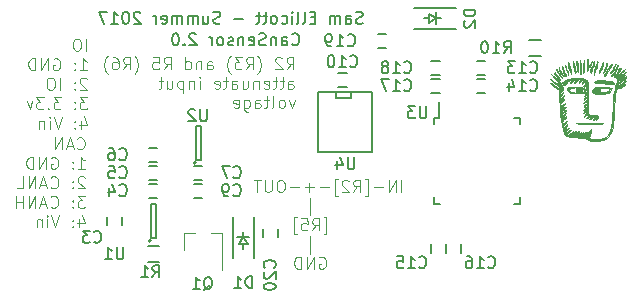
<source format=gbo>
G04 #@! TF.FileFunction,Legend,Bot*
%FSLAX46Y46*%
G04 Gerber Fmt 4.6, Leading zero omitted, Abs format (unit mm)*
G04 Created by KiCad (PCBNEW 4.0.6) date Fri Jul  7 23:07:04 2017*
%MOMM*%
%LPD*%
G01*
G04 APERTURE LIST*
%ADD10C,0.090000*%
%ADD11C,0.100000*%
%ADD12C,0.150000*%
%ADD13C,0.175000*%
%ADD14C,0.125000*%
%ADD15C,0.010000*%
%ADD16C,0.120000*%
G04 APERTURE END LIST*
D10*
D11*
X142642771Y-110978219D02*
X142642771Y-109962219D01*
X142158961Y-110978219D02*
X142158961Y-109962219D01*
X141578390Y-110978219D01*
X141578390Y-109962219D01*
X141094580Y-110591171D02*
X140320485Y-110591171D01*
X139546390Y-111316886D02*
X139788294Y-111316886D01*
X139788294Y-109865457D01*
X139546390Y-109865457D01*
X138578771Y-110978219D02*
X138917437Y-110494410D01*
X139159342Y-110978219D02*
X139159342Y-109962219D01*
X138772295Y-109962219D01*
X138675533Y-110010600D01*
X138627152Y-110058981D01*
X138578771Y-110155743D01*
X138578771Y-110300886D01*
X138627152Y-110397648D01*
X138675533Y-110446029D01*
X138772295Y-110494410D01*
X139159342Y-110494410D01*
X138191723Y-110058981D02*
X138143342Y-110010600D01*
X138046580Y-109962219D01*
X137804676Y-109962219D01*
X137707914Y-110010600D01*
X137659533Y-110058981D01*
X137611152Y-110155743D01*
X137611152Y-110252505D01*
X137659533Y-110397648D01*
X138240104Y-110978219D01*
X137611152Y-110978219D01*
X137272485Y-111316886D02*
X137030580Y-111316886D01*
X137030580Y-109865457D01*
X137272485Y-109865457D01*
X136498390Y-110591171D02*
X135724295Y-110591171D01*
X135240485Y-110591171D02*
X134466390Y-110591171D01*
X134853438Y-110978219D02*
X134853438Y-110204124D01*
X133982580Y-110591171D02*
X133208485Y-110591171D01*
X132531151Y-109962219D02*
X132337628Y-109962219D01*
X132240866Y-110010600D01*
X132144104Y-110107362D01*
X132095723Y-110300886D01*
X132095723Y-110639552D01*
X132144104Y-110833076D01*
X132240866Y-110929838D01*
X132337628Y-110978219D01*
X132531151Y-110978219D01*
X132627913Y-110929838D01*
X132724675Y-110833076D01*
X132773056Y-110639552D01*
X132773056Y-110300886D01*
X132724675Y-110107362D01*
X132627913Y-110010600D01*
X132531151Y-109962219D01*
X131660294Y-109962219D02*
X131660294Y-110784695D01*
X131611913Y-110881457D01*
X131563532Y-110929838D01*
X131466770Y-110978219D01*
X131273247Y-110978219D01*
X131176485Y-110929838D01*
X131128104Y-110881457D01*
X131079723Y-110784695D01*
X131079723Y-109962219D01*
X130741056Y-109962219D02*
X130160485Y-109962219D01*
X130450770Y-110978219D02*
X130450770Y-109962219D01*
X134926009Y-112940886D02*
X134926009Y-111489457D01*
X136062962Y-114564886D02*
X136304866Y-114564886D01*
X136304866Y-113113457D01*
X136062962Y-113113457D01*
X135095343Y-114226219D02*
X135434009Y-113742410D01*
X135675914Y-114226219D02*
X135675914Y-113210219D01*
X135288867Y-113210219D01*
X135192105Y-113258600D01*
X135143724Y-113306981D01*
X135095343Y-113403743D01*
X135095343Y-113548886D01*
X135143724Y-113645648D01*
X135192105Y-113694029D01*
X135288867Y-113742410D01*
X135675914Y-113742410D01*
X134176105Y-113210219D02*
X134659914Y-113210219D01*
X134708295Y-113694029D01*
X134659914Y-113645648D01*
X134563152Y-113597267D01*
X134321248Y-113597267D01*
X134224486Y-113645648D01*
X134176105Y-113694029D01*
X134127724Y-113790790D01*
X134127724Y-114032695D01*
X134176105Y-114129457D01*
X134224486Y-114177838D01*
X134321248Y-114226219D01*
X134563152Y-114226219D01*
X134659914Y-114177838D01*
X134708295Y-114129457D01*
X133789057Y-114564886D02*
X133547152Y-114564886D01*
X133547152Y-113113457D01*
X133789057Y-113113457D01*
X134926009Y-116188886D02*
X134926009Y-114737457D01*
X135700105Y-116506600D02*
X135796867Y-116458219D01*
X135942010Y-116458219D01*
X136087152Y-116506600D01*
X136183914Y-116603362D01*
X136232295Y-116700124D01*
X136280676Y-116893648D01*
X136280676Y-117038790D01*
X136232295Y-117232314D01*
X136183914Y-117329076D01*
X136087152Y-117425838D01*
X135942010Y-117474219D01*
X135845248Y-117474219D01*
X135700105Y-117425838D01*
X135651724Y-117377457D01*
X135651724Y-117038790D01*
X135845248Y-117038790D01*
X135216295Y-117474219D02*
X135216295Y-116458219D01*
X134635724Y-117474219D01*
X134635724Y-116458219D01*
X134151914Y-117474219D02*
X134151914Y-116458219D01*
X133910009Y-116458219D01*
X133764867Y-116506600D01*
X133668105Y-116603362D01*
X133619724Y-116700124D01*
X133571343Y-116893648D01*
X133571343Y-117038790D01*
X133619724Y-117232314D01*
X133668105Y-117329076D01*
X133764867Y-117425838D01*
X133910009Y-117474219D01*
X134151914Y-117474219D01*
X132933924Y-100588019D02*
X133272590Y-100104210D01*
X133514495Y-100588019D02*
X133514495Y-99572019D01*
X133127448Y-99572019D01*
X133030686Y-99620400D01*
X132982305Y-99668781D01*
X132933924Y-99765543D01*
X132933924Y-99910686D01*
X132982305Y-100007448D01*
X133030686Y-100055829D01*
X133127448Y-100104210D01*
X133514495Y-100104210D01*
X132546876Y-99668781D02*
X132498495Y-99620400D01*
X132401733Y-99572019D01*
X132159829Y-99572019D01*
X132063067Y-99620400D01*
X132014686Y-99668781D01*
X131966305Y-99765543D01*
X131966305Y-99862305D01*
X132014686Y-100007448D01*
X132595257Y-100588019D01*
X131966305Y-100588019D01*
X130466496Y-100975067D02*
X130514876Y-100926686D01*
X130611638Y-100781543D01*
X130660019Y-100684781D01*
X130708400Y-100539638D01*
X130756781Y-100297733D01*
X130756781Y-100104210D01*
X130708400Y-99862305D01*
X130660019Y-99717162D01*
X130611638Y-99620400D01*
X130514876Y-99475257D01*
X130466496Y-99426876D01*
X129498877Y-100588019D02*
X129837543Y-100104210D01*
X130079448Y-100588019D02*
X130079448Y-99572019D01*
X129692401Y-99572019D01*
X129595639Y-99620400D01*
X129547258Y-99668781D01*
X129498877Y-99765543D01*
X129498877Y-99910686D01*
X129547258Y-100007448D01*
X129595639Y-100055829D01*
X129692401Y-100104210D01*
X130079448Y-100104210D01*
X129160210Y-99572019D02*
X128531258Y-99572019D01*
X128869924Y-99959067D01*
X128724782Y-99959067D01*
X128628020Y-100007448D01*
X128579639Y-100055829D01*
X128531258Y-100152590D01*
X128531258Y-100394495D01*
X128579639Y-100491257D01*
X128628020Y-100539638D01*
X128724782Y-100588019D01*
X129015067Y-100588019D01*
X129111829Y-100539638D01*
X129160210Y-100491257D01*
X128192591Y-100975067D02*
X128144210Y-100926686D01*
X128047448Y-100781543D01*
X127999067Y-100684781D01*
X127950686Y-100539638D01*
X127902305Y-100297733D01*
X127902305Y-100104210D01*
X127950686Y-99862305D01*
X127999067Y-99717162D01*
X128047448Y-99620400D01*
X128144210Y-99475257D01*
X128192591Y-99426876D01*
X126208973Y-100588019D02*
X126208973Y-100055829D01*
X126257354Y-99959067D01*
X126354116Y-99910686D01*
X126547639Y-99910686D01*
X126644401Y-99959067D01*
X126208973Y-100539638D02*
X126305735Y-100588019D01*
X126547639Y-100588019D01*
X126644401Y-100539638D01*
X126692782Y-100442876D01*
X126692782Y-100346114D01*
X126644401Y-100249352D01*
X126547639Y-100200971D01*
X126305735Y-100200971D01*
X126208973Y-100152590D01*
X125725163Y-99910686D02*
X125725163Y-100588019D01*
X125725163Y-100007448D02*
X125676782Y-99959067D01*
X125580020Y-99910686D01*
X125434878Y-99910686D01*
X125338116Y-99959067D01*
X125289735Y-100055829D01*
X125289735Y-100588019D01*
X124370497Y-100588019D02*
X124370497Y-99572019D01*
X124370497Y-100539638D02*
X124467259Y-100588019D01*
X124660782Y-100588019D01*
X124757544Y-100539638D01*
X124805925Y-100491257D01*
X124854306Y-100394495D01*
X124854306Y-100104210D01*
X124805925Y-100007448D01*
X124757544Y-99959067D01*
X124660782Y-99910686D01*
X124467259Y-99910686D01*
X124370497Y-99959067D01*
X122532021Y-100588019D02*
X122870687Y-100104210D01*
X123112592Y-100588019D02*
X123112592Y-99572019D01*
X122725545Y-99572019D01*
X122628783Y-99620400D01*
X122580402Y-99668781D01*
X122532021Y-99765543D01*
X122532021Y-99910686D01*
X122580402Y-100007448D01*
X122628783Y-100055829D01*
X122725545Y-100104210D01*
X123112592Y-100104210D01*
X121612783Y-99572019D02*
X122096592Y-99572019D01*
X122144973Y-100055829D01*
X122096592Y-100007448D01*
X121999830Y-99959067D01*
X121757926Y-99959067D01*
X121661164Y-100007448D01*
X121612783Y-100055829D01*
X121564402Y-100152590D01*
X121564402Y-100394495D01*
X121612783Y-100491257D01*
X121661164Y-100539638D01*
X121757926Y-100588019D01*
X121999830Y-100588019D01*
X122096592Y-100539638D01*
X122144973Y-100491257D01*
X120064593Y-100975067D02*
X120112973Y-100926686D01*
X120209735Y-100781543D01*
X120258116Y-100684781D01*
X120306497Y-100539638D01*
X120354878Y-100297733D01*
X120354878Y-100104210D01*
X120306497Y-99862305D01*
X120258116Y-99717162D01*
X120209735Y-99620400D01*
X120112973Y-99475257D01*
X120064593Y-99426876D01*
X119096974Y-100588019D02*
X119435640Y-100104210D01*
X119677545Y-100588019D02*
X119677545Y-99572019D01*
X119290498Y-99572019D01*
X119193736Y-99620400D01*
X119145355Y-99668781D01*
X119096974Y-99765543D01*
X119096974Y-99910686D01*
X119145355Y-100007448D01*
X119193736Y-100055829D01*
X119290498Y-100104210D01*
X119677545Y-100104210D01*
X118226117Y-99572019D02*
X118419640Y-99572019D01*
X118516402Y-99620400D01*
X118564783Y-99668781D01*
X118661545Y-99813924D01*
X118709926Y-100007448D01*
X118709926Y-100394495D01*
X118661545Y-100491257D01*
X118613164Y-100539638D01*
X118516402Y-100588019D01*
X118322879Y-100588019D01*
X118226117Y-100539638D01*
X118177736Y-100491257D01*
X118129355Y-100394495D01*
X118129355Y-100152590D01*
X118177736Y-100055829D01*
X118226117Y-100007448D01*
X118322879Y-99959067D01*
X118516402Y-99959067D01*
X118613164Y-100007448D01*
X118661545Y-100055829D01*
X118709926Y-100152590D01*
X117790688Y-100975067D02*
X117742307Y-100926686D01*
X117645545Y-100781543D01*
X117597164Y-100684781D01*
X117548783Y-100539638D01*
X117500402Y-100297733D01*
X117500402Y-100104210D01*
X117548783Y-99862305D01*
X117597164Y-99717162D01*
X117645545Y-99620400D01*
X117742307Y-99475257D01*
X117790688Y-99426876D01*
X133079067Y-102212019D02*
X133079067Y-101679829D01*
X133127448Y-101583067D01*
X133224210Y-101534686D01*
X133417733Y-101534686D01*
X133514495Y-101583067D01*
X133079067Y-102163638D02*
X133175829Y-102212019D01*
X133417733Y-102212019D01*
X133514495Y-102163638D01*
X133562876Y-102066876D01*
X133562876Y-101970114D01*
X133514495Y-101873352D01*
X133417733Y-101824971D01*
X133175829Y-101824971D01*
X133079067Y-101776590D01*
X132740400Y-101534686D02*
X132353352Y-101534686D01*
X132595257Y-101196019D02*
X132595257Y-102066876D01*
X132546876Y-102163638D01*
X132450114Y-102212019D01*
X132353352Y-102212019D01*
X132159829Y-101534686D02*
X131772781Y-101534686D01*
X132014686Y-101196019D02*
X132014686Y-102066876D01*
X131966305Y-102163638D01*
X131869543Y-102212019D01*
X131772781Y-102212019D01*
X131047068Y-102163638D02*
X131143830Y-102212019D01*
X131337353Y-102212019D01*
X131434115Y-102163638D01*
X131482496Y-102066876D01*
X131482496Y-101679829D01*
X131434115Y-101583067D01*
X131337353Y-101534686D01*
X131143830Y-101534686D01*
X131047068Y-101583067D01*
X130998687Y-101679829D01*
X130998687Y-101776590D01*
X131482496Y-101873352D01*
X130563258Y-101534686D02*
X130563258Y-102212019D01*
X130563258Y-101631448D02*
X130514877Y-101583067D01*
X130418115Y-101534686D01*
X130272973Y-101534686D01*
X130176211Y-101583067D01*
X130127830Y-101679829D01*
X130127830Y-102212019D01*
X129208592Y-101534686D02*
X129208592Y-102212019D01*
X129644020Y-101534686D02*
X129644020Y-102066876D01*
X129595639Y-102163638D01*
X129498877Y-102212019D01*
X129353735Y-102212019D01*
X129256973Y-102163638D01*
X129208592Y-102115257D01*
X128289354Y-102212019D02*
X128289354Y-101679829D01*
X128337735Y-101583067D01*
X128434497Y-101534686D01*
X128628020Y-101534686D01*
X128724782Y-101583067D01*
X128289354Y-102163638D02*
X128386116Y-102212019D01*
X128628020Y-102212019D01*
X128724782Y-102163638D01*
X128773163Y-102066876D01*
X128773163Y-101970114D01*
X128724782Y-101873352D01*
X128628020Y-101824971D01*
X128386116Y-101824971D01*
X128289354Y-101776590D01*
X127950687Y-101534686D02*
X127563639Y-101534686D01*
X127805544Y-101196019D02*
X127805544Y-102066876D01*
X127757163Y-102163638D01*
X127660401Y-102212019D01*
X127563639Y-102212019D01*
X126837926Y-102163638D02*
X126934688Y-102212019D01*
X127128211Y-102212019D01*
X127224973Y-102163638D01*
X127273354Y-102066876D01*
X127273354Y-101679829D01*
X127224973Y-101583067D01*
X127128211Y-101534686D01*
X126934688Y-101534686D01*
X126837926Y-101583067D01*
X126789545Y-101679829D01*
X126789545Y-101776590D01*
X127273354Y-101873352D01*
X125580021Y-102212019D02*
X125580021Y-101534686D01*
X125580021Y-101196019D02*
X125628402Y-101244400D01*
X125580021Y-101292781D01*
X125531640Y-101244400D01*
X125580021Y-101196019D01*
X125580021Y-101292781D01*
X125096211Y-101534686D02*
X125096211Y-102212019D01*
X125096211Y-101631448D02*
X125047830Y-101583067D01*
X124951068Y-101534686D01*
X124805926Y-101534686D01*
X124709164Y-101583067D01*
X124660783Y-101679829D01*
X124660783Y-102212019D01*
X124176973Y-101534686D02*
X124176973Y-102550686D01*
X124176973Y-101583067D02*
X124080211Y-101534686D01*
X123886688Y-101534686D01*
X123789926Y-101583067D01*
X123741545Y-101631448D01*
X123693164Y-101728210D01*
X123693164Y-102018495D01*
X123741545Y-102115257D01*
X123789926Y-102163638D01*
X123886688Y-102212019D01*
X124080211Y-102212019D01*
X124176973Y-102163638D01*
X122822307Y-101534686D02*
X122822307Y-102212019D01*
X123257735Y-101534686D02*
X123257735Y-102066876D01*
X123209354Y-102163638D01*
X123112592Y-102212019D01*
X122967450Y-102212019D01*
X122870688Y-102163638D01*
X122822307Y-102115257D01*
X122483640Y-101534686D02*
X122096592Y-101534686D01*
X122338497Y-101196019D02*
X122338497Y-102066876D01*
X122290116Y-102163638D01*
X122193354Y-102212019D01*
X122096592Y-102212019D01*
X133611257Y-103158686D02*
X133369352Y-103836019D01*
X133127448Y-103158686D01*
X132595257Y-103836019D02*
X132692019Y-103787638D01*
X132740400Y-103739257D01*
X132788781Y-103642495D01*
X132788781Y-103352210D01*
X132740400Y-103255448D01*
X132692019Y-103207067D01*
X132595257Y-103158686D01*
X132450115Y-103158686D01*
X132353353Y-103207067D01*
X132304972Y-103255448D01*
X132256591Y-103352210D01*
X132256591Y-103642495D01*
X132304972Y-103739257D01*
X132353353Y-103787638D01*
X132450115Y-103836019D01*
X132595257Y-103836019D01*
X131676019Y-103836019D02*
X131772781Y-103787638D01*
X131821162Y-103690876D01*
X131821162Y-102820019D01*
X131434115Y-103158686D02*
X131047067Y-103158686D01*
X131288972Y-102820019D02*
X131288972Y-103690876D01*
X131240591Y-103787638D01*
X131143829Y-103836019D01*
X131047067Y-103836019D01*
X130272973Y-103836019D02*
X130272973Y-103303829D01*
X130321354Y-103207067D01*
X130418116Y-103158686D01*
X130611639Y-103158686D01*
X130708401Y-103207067D01*
X130272973Y-103787638D02*
X130369735Y-103836019D01*
X130611639Y-103836019D01*
X130708401Y-103787638D01*
X130756782Y-103690876D01*
X130756782Y-103594114D01*
X130708401Y-103497352D01*
X130611639Y-103448971D01*
X130369735Y-103448971D01*
X130272973Y-103400590D01*
X129353735Y-103158686D02*
X129353735Y-103981162D01*
X129402116Y-104077924D01*
X129450497Y-104126305D01*
X129547258Y-104174686D01*
X129692401Y-104174686D01*
X129789163Y-104126305D01*
X129353735Y-103787638D02*
X129450497Y-103836019D01*
X129644020Y-103836019D01*
X129740782Y-103787638D01*
X129789163Y-103739257D01*
X129837544Y-103642495D01*
X129837544Y-103352210D01*
X129789163Y-103255448D01*
X129740782Y-103207067D01*
X129644020Y-103158686D01*
X129450497Y-103158686D01*
X129353735Y-103207067D01*
X128482878Y-103787638D02*
X128579640Y-103836019D01*
X128773163Y-103836019D01*
X128869925Y-103787638D01*
X128918306Y-103690876D01*
X128918306Y-103303829D01*
X128869925Y-103207067D01*
X128773163Y-103158686D01*
X128579640Y-103158686D01*
X128482878Y-103207067D01*
X128434497Y-103303829D01*
X128434497Y-103400590D01*
X128918306Y-103497352D01*
D12*
X133391124Y-98457657D02*
X133439505Y-98506038D01*
X133584648Y-98554419D01*
X133681410Y-98554419D01*
X133826552Y-98506038D01*
X133923314Y-98409276D01*
X133971695Y-98312514D01*
X134020076Y-98118990D01*
X134020076Y-97973848D01*
X133971695Y-97780324D01*
X133923314Y-97683562D01*
X133826552Y-97586800D01*
X133681410Y-97538419D01*
X133584648Y-97538419D01*
X133439505Y-97586800D01*
X133391124Y-97635181D01*
X132520267Y-98554419D02*
X132520267Y-98022229D01*
X132568648Y-97925467D01*
X132665410Y-97877086D01*
X132858933Y-97877086D01*
X132955695Y-97925467D01*
X132520267Y-98506038D02*
X132617029Y-98554419D01*
X132858933Y-98554419D01*
X132955695Y-98506038D01*
X133004076Y-98409276D01*
X133004076Y-98312514D01*
X132955695Y-98215752D01*
X132858933Y-98167371D01*
X132617029Y-98167371D01*
X132520267Y-98118990D01*
X132036457Y-97877086D02*
X132036457Y-98554419D01*
X132036457Y-97973848D02*
X131988076Y-97925467D01*
X131891314Y-97877086D01*
X131746172Y-97877086D01*
X131649410Y-97925467D01*
X131601029Y-98022229D01*
X131601029Y-98554419D01*
X131165600Y-98506038D02*
X131020457Y-98554419D01*
X130778553Y-98554419D01*
X130681791Y-98506038D01*
X130633410Y-98457657D01*
X130585029Y-98360895D01*
X130585029Y-98264133D01*
X130633410Y-98167371D01*
X130681791Y-98118990D01*
X130778553Y-98070610D01*
X130972076Y-98022229D01*
X131068838Y-97973848D01*
X131117219Y-97925467D01*
X131165600Y-97828705D01*
X131165600Y-97731943D01*
X131117219Y-97635181D01*
X131068838Y-97586800D01*
X130972076Y-97538419D01*
X130730172Y-97538419D01*
X130585029Y-97586800D01*
X129762553Y-98506038D02*
X129859315Y-98554419D01*
X130052838Y-98554419D01*
X130149600Y-98506038D01*
X130197981Y-98409276D01*
X130197981Y-98022229D01*
X130149600Y-97925467D01*
X130052838Y-97877086D01*
X129859315Y-97877086D01*
X129762553Y-97925467D01*
X129714172Y-98022229D01*
X129714172Y-98118990D01*
X130197981Y-98215752D01*
X129278743Y-97877086D02*
X129278743Y-98554419D01*
X129278743Y-97973848D02*
X129230362Y-97925467D01*
X129133600Y-97877086D01*
X128988458Y-97877086D01*
X128891696Y-97925467D01*
X128843315Y-98022229D01*
X128843315Y-98554419D01*
X128407886Y-98506038D02*
X128311124Y-98554419D01*
X128117600Y-98554419D01*
X128020839Y-98506038D01*
X127972458Y-98409276D01*
X127972458Y-98360895D01*
X128020839Y-98264133D01*
X128117600Y-98215752D01*
X128262743Y-98215752D01*
X128359505Y-98167371D01*
X128407886Y-98070610D01*
X128407886Y-98022229D01*
X128359505Y-97925467D01*
X128262743Y-97877086D01*
X128117600Y-97877086D01*
X128020839Y-97925467D01*
X127391886Y-98554419D02*
X127488648Y-98506038D01*
X127537029Y-98457657D01*
X127585410Y-98360895D01*
X127585410Y-98070610D01*
X127537029Y-97973848D01*
X127488648Y-97925467D01*
X127391886Y-97877086D01*
X127246744Y-97877086D01*
X127149982Y-97925467D01*
X127101601Y-97973848D01*
X127053220Y-98070610D01*
X127053220Y-98360895D01*
X127101601Y-98457657D01*
X127149982Y-98506038D01*
X127246744Y-98554419D01*
X127391886Y-98554419D01*
X126617791Y-98554419D02*
X126617791Y-97877086D01*
X126617791Y-98070610D02*
X126569410Y-97973848D01*
X126521029Y-97925467D01*
X126424267Y-97877086D01*
X126327506Y-97877086D01*
X125263125Y-97635181D02*
X125214744Y-97586800D01*
X125117982Y-97538419D01*
X124876078Y-97538419D01*
X124779316Y-97586800D01*
X124730935Y-97635181D01*
X124682554Y-97731943D01*
X124682554Y-97828705D01*
X124730935Y-97973848D01*
X125311506Y-98554419D01*
X124682554Y-98554419D01*
X124247125Y-98457657D02*
X124198744Y-98506038D01*
X124247125Y-98554419D01*
X124295506Y-98506038D01*
X124247125Y-98457657D01*
X124247125Y-98554419D01*
X123569791Y-97538419D02*
X123473030Y-97538419D01*
X123376268Y-97586800D01*
X123327887Y-97635181D01*
X123279506Y-97731943D01*
X123231125Y-97925467D01*
X123231125Y-98167371D01*
X123279506Y-98360895D01*
X123327887Y-98457657D01*
X123376268Y-98506038D01*
X123473030Y-98554419D01*
X123569791Y-98554419D01*
X123666553Y-98506038D01*
X123714934Y-98457657D01*
X123763315Y-98360895D01*
X123811696Y-98167371D01*
X123811696Y-97925467D01*
X123763315Y-97731943D01*
X123714934Y-97635181D01*
X123666553Y-97586800D01*
X123569791Y-97538419D01*
D13*
X139363649Y-96670762D02*
X139220792Y-96718381D01*
X138982696Y-96718381D01*
X138887458Y-96670762D01*
X138839839Y-96623143D01*
X138792220Y-96527905D01*
X138792220Y-96432667D01*
X138839839Y-96337429D01*
X138887458Y-96289810D01*
X138982696Y-96242190D01*
X139173173Y-96194571D01*
X139268411Y-96146952D01*
X139316030Y-96099333D01*
X139363649Y-96004095D01*
X139363649Y-95908857D01*
X139316030Y-95813619D01*
X139268411Y-95766000D01*
X139173173Y-95718381D01*
X138935077Y-95718381D01*
X138792220Y-95766000D01*
X137935077Y-96718381D02*
X137935077Y-96194571D01*
X137982696Y-96099333D01*
X138077934Y-96051714D01*
X138268411Y-96051714D01*
X138363649Y-96099333D01*
X137935077Y-96670762D02*
X138030315Y-96718381D01*
X138268411Y-96718381D01*
X138363649Y-96670762D01*
X138411268Y-96575524D01*
X138411268Y-96480286D01*
X138363649Y-96385048D01*
X138268411Y-96337429D01*
X138030315Y-96337429D01*
X137935077Y-96289810D01*
X137458887Y-96718381D02*
X137458887Y-96051714D01*
X137458887Y-96146952D02*
X137411268Y-96099333D01*
X137316030Y-96051714D01*
X137173172Y-96051714D01*
X137077934Y-96099333D01*
X137030315Y-96194571D01*
X137030315Y-96718381D01*
X137030315Y-96194571D02*
X136982696Y-96099333D01*
X136887458Y-96051714D01*
X136744601Y-96051714D01*
X136649363Y-96099333D01*
X136601744Y-96194571D01*
X136601744Y-96718381D01*
X135363649Y-96194571D02*
X135030315Y-96194571D01*
X134887458Y-96718381D02*
X135363649Y-96718381D01*
X135363649Y-95718381D01*
X134887458Y-95718381D01*
X134316030Y-96718381D02*
X134411268Y-96670762D01*
X134458887Y-96575524D01*
X134458887Y-95718381D01*
X133792220Y-96718381D02*
X133887458Y-96670762D01*
X133935077Y-96575524D01*
X133935077Y-95718381D01*
X133411267Y-96718381D02*
X133411267Y-96051714D01*
X133411267Y-95718381D02*
X133458886Y-95766000D01*
X133411267Y-95813619D01*
X133363648Y-95766000D01*
X133411267Y-95718381D01*
X133411267Y-95813619D01*
X132506505Y-96670762D02*
X132601743Y-96718381D01*
X132792220Y-96718381D01*
X132887458Y-96670762D01*
X132935077Y-96623143D01*
X132982696Y-96527905D01*
X132982696Y-96242190D01*
X132935077Y-96146952D01*
X132887458Y-96099333D01*
X132792220Y-96051714D01*
X132601743Y-96051714D01*
X132506505Y-96099333D01*
X131935077Y-96718381D02*
X132030315Y-96670762D01*
X132077934Y-96623143D01*
X132125553Y-96527905D01*
X132125553Y-96242190D01*
X132077934Y-96146952D01*
X132030315Y-96099333D01*
X131935077Y-96051714D01*
X131792219Y-96051714D01*
X131696981Y-96099333D01*
X131649362Y-96146952D01*
X131601743Y-96242190D01*
X131601743Y-96527905D01*
X131649362Y-96623143D01*
X131696981Y-96670762D01*
X131792219Y-96718381D01*
X131935077Y-96718381D01*
X131316029Y-96051714D02*
X130935077Y-96051714D01*
X131173172Y-95718381D02*
X131173172Y-96575524D01*
X131125553Y-96670762D01*
X131030315Y-96718381D01*
X130935077Y-96718381D01*
X130744600Y-96051714D02*
X130363648Y-96051714D01*
X130601743Y-95718381D02*
X130601743Y-96575524D01*
X130554124Y-96670762D01*
X130458886Y-96718381D01*
X130363648Y-96718381D01*
X129268409Y-96337429D02*
X128506504Y-96337429D01*
X127316028Y-96670762D02*
X127173171Y-96718381D01*
X126935075Y-96718381D01*
X126839837Y-96670762D01*
X126792218Y-96623143D01*
X126744599Y-96527905D01*
X126744599Y-96432667D01*
X126792218Y-96337429D01*
X126839837Y-96289810D01*
X126935075Y-96242190D01*
X127125552Y-96194571D01*
X127220790Y-96146952D01*
X127268409Y-96099333D01*
X127316028Y-96004095D01*
X127316028Y-95908857D01*
X127268409Y-95813619D01*
X127220790Y-95766000D01*
X127125552Y-95718381D01*
X126887456Y-95718381D01*
X126744599Y-95766000D01*
X125887456Y-96051714D02*
X125887456Y-96718381D01*
X126316028Y-96051714D02*
X126316028Y-96575524D01*
X126268409Y-96670762D01*
X126173171Y-96718381D01*
X126030313Y-96718381D01*
X125935075Y-96670762D01*
X125887456Y-96623143D01*
X125411266Y-96718381D02*
X125411266Y-96051714D01*
X125411266Y-96146952D02*
X125363647Y-96099333D01*
X125268409Y-96051714D01*
X125125551Y-96051714D01*
X125030313Y-96099333D01*
X124982694Y-96194571D01*
X124982694Y-96718381D01*
X124982694Y-96194571D02*
X124935075Y-96099333D01*
X124839837Y-96051714D01*
X124696980Y-96051714D01*
X124601742Y-96099333D01*
X124554123Y-96194571D01*
X124554123Y-96718381D01*
X124077933Y-96718381D02*
X124077933Y-96051714D01*
X124077933Y-96146952D02*
X124030314Y-96099333D01*
X123935076Y-96051714D01*
X123792218Y-96051714D01*
X123696980Y-96099333D01*
X123649361Y-96194571D01*
X123649361Y-96718381D01*
X123649361Y-96194571D02*
X123601742Y-96099333D01*
X123506504Y-96051714D01*
X123363647Y-96051714D01*
X123268409Y-96099333D01*
X123220790Y-96194571D01*
X123220790Y-96718381D01*
X122363647Y-96670762D02*
X122458885Y-96718381D01*
X122649362Y-96718381D01*
X122744600Y-96670762D01*
X122792219Y-96575524D01*
X122792219Y-96194571D01*
X122744600Y-96099333D01*
X122649362Y-96051714D01*
X122458885Y-96051714D01*
X122363647Y-96099333D01*
X122316028Y-96194571D01*
X122316028Y-96289810D01*
X122792219Y-96385048D01*
X121887457Y-96718381D02*
X121887457Y-96051714D01*
X121887457Y-96242190D02*
X121839838Y-96146952D01*
X121792219Y-96099333D01*
X121696981Y-96051714D01*
X121601742Y-96051714D01*
X120554123Y-95813619D02*
X120506504Y-95766000D01*
X120411266Y-95718381D01*
X120173170Y-95718381D01*
X120077932Y-95766000D01*
X120030313Y-95813619D01*
X119982694Y-95908857D01*
X119982694Y-96004095D01*
X120030313Y-96146952D01*
X120601742Y-96718381D01*
X119982694Y-96718381D01*
X119363647Y-95718381D02*
X119268408Y-95718381D01*
X119173170Y-95766000D01*
X119125551Y-95813619D01*
X119077932Y-95908857D01*
X119030313Y-96099333D01*
X119030313Y-96337429D01*
X119077932Y-96527905D01*
X119125551Y-96623143D01*
X119173170Y-96670762D01*
X119268408Y-96718381D01*
X119363647Y-96718381D01*
X119458885Y-96670762D01*
X119506504Y-96623143D01*
X119554123Y-96527905D01*
X119601742Y-96337429D01*
X119601742Y-96099333D01*
X119554123Y-95908857D01*
X119506504Y-95813619D01*
X119458885Y-95766000D01*
X119363647Y-95718381D01*
X118077932Y-96718381D02*
X118649361Y-96718381D01*
X118363647Y-96718381D02*
X118363647Y-95718381D01*
X118458885Y-95861238D01*
X118554123Y-95956476D01*
X118649361Y-96004095D01*
X117744599Y-95718381D02*
X117077932Y-95718381D01*
X117506504Y-96718381D01*
D14*
X115204724Y-107275457D02*
X115253105Y-107323838D01*
X115398248Y-107372219D01*
X115495010Y-107372219D01*
X115640152Y-107323838D01*
X115736914Y-107227076D01*
X115785295Y-107130314D01*
X115833676Y-106936790D01*
X115833676Y-106791648D01*
X115785295Y-106598124D01*
X115736914Y-106501362D01*
X115640152Y-106404600D01*
X115495010Y-106356219D01*
X115398248Y-106356219D01*
X115253105Y-106404600D01*
X115204724Y-106452981D01*
X114817676Y-107081933D02*
X114333867Y-107081933D01*
X114914438Y-107372219D02*
X114575771Y-106356219D01*
X114237105Y-107372219D01*
X113898438Y-107372219D02*
X113898438Y-106356219D01*
X113317867Y-107372219D01*
X113317867Y-106356219D01*
X115253105Y-109021219D02*
X115833676Y-109021219D01*
X115543390Y-109021219D02*
X115543390Y-108005219D01*
X115640152Y-108150362D01*
X115736914Y-108247124D01*
X115833676Y-108295505D01*
X114817676Y-108924457D02*
X114769295Y-108972838D01*
X114817676Y-109021219D01*
X114866057Y-108972838D01*
X114817676Y-108924457D01*
X114817676Y-109021219D01*
X114817676Y-108392267D02*
X114769295Y-108440648D01*
X114817676Y-108489029D01*
X114866057Y-108440648D01*
X114817676Y-108392267D01*
X114817676Y-108489029D01*
X113027581Y-108053600D02*
X113124343Y-108005219D01*
X113269486Y-108005219D01*
X113414628Y-108053600D01*
X113511390Y-108150362D01*
X113559771Y-108247124D01*
X113608152Y-108440648D01*
X113608152Y-108585790D01*
X113559771Y-108779314D01*
X113511390Y-108876076D01*
X113414628Y-108972838D01*
X113269486Y-109021219D01*
X113172724Y-109021219D01*
X113027581Y-108972838D01*
X112979200Y-108924457D01*
X112979200Y-108585790D01*
X113172724Y-108585790D01*
X112543771Y-109021219D02*
X112543771Y-108005219D01*
X111963200Y-109021219D01*
X111963200Y-108005219D01*
X111479390Y-109021219D02*
X111479390Y-108005219D01*
X111237485Y-108005219D01*
X111092343Y-108053600D01*
X110995581Y-108150362D01*
X110947200Y-108247124D01*
X110898819Y-108440648D01*
X110898819Y-108585790D01*
X110947200Y-108779314D01*
X110995581Y-108876076D01*
X111092343Y-108972838D01*
X111237485Y-109021219D01*
X111479390Y-109021219D01*
X115833676Y-109750981D02*
X115785295Y-109702600D01*
X115688533Y-109654219D01*
X115446629Y-109654219D01*
X115349867Y-109702600D01*
X115301486Y-109750981D01*
X115253105Y-109847743D01*
X115253105Y-109944505D01*
X115301486Y-110089648D01*
X115882057Y-110670219D01*
X115253105Y-110670219D01*
X114817676Y-110573457D02*
X114769295Y-110621838D01*
X114817676Y-110670219D01*
X114866057Y-110621838D01*
X114817676Y-110573457D01*
X114817676Y-110670219D01*
X114817676Y-110041267D02*
X114769295Y-110089648D01*
X114817676Y-110138029D01*
X114866057Y-110089648D01*
X114817676Y-110041267D01*
X114817676Y-110138029D01*
X112979200Y-110573457D02*
X113027581Y-110621838D01*
X113172724Y-110670219D01*
X113269486Y-110670219D01*
X113414628Y-110621838D01*
X113511390Y-110525076D01*
X113559771Y-110428314D01*
X113608152Y-110234790D01*
X113608152Y-110089648D01*
X113559771Y-109896124D01*
X113511390Y-109799362D01*
X113414628Y-109702600D01*
X113269486Y-109654219D01*
X113172724Y-109654219D01*
X113027581Y-109702600D01*
X112979200Y-109750981D01*
X112592152Y-110379933D02*
X112108343Y-110379933D01*
X112688914Y-110670219D02*
X112350247Y-109654219D01*
X112011581Y-110670219D01*
X111672914Y-110670219D02*
X111672914Y-109654219D01*
X111092343Y-110670219D01*
X111092343Y-109654219D01*
X110124724Y-110670219D02*
X110608533Y-110670219D01*
X110608533Y-109654219D01*
X115882057Y-111303219D02*
X115253105Y-111303219D01*
X115591771Y-111690267D01*
X115446629Y-111690267D01*
X115349867Y-111738648D01*
X115301486Y-111787029D01*
X115253105Y-111883790D01*
X115253105Y-112125695D01*
X115301486Y-112222457D01*
X115349867Y-112270838D01*
X115446629Y-112319219D01*
X115736914Y-112319219D01*
X115833676Y-112270838D01*
X115882057Y-112222457D01*
X114817676Y-112222457D02*
X114769295Y-112270838D01*
X114817676Y-112319219D01*
X114866057Y-112270838D01*
X114817676Y-112222457D01*
X114817676Y-112319219D01*
X114817676Y-111690267D02*
X114769295Y-111738648D01*
X114817676Y-111787029D01*
X114866057Y-111738648D01*
X114817676Y-111690267D01*
X114817676Y-111787029D01*
X112979200Y-112222457D02*
X113027581Y-112270838D01*
X113172724Y-112319219D01*
X113269486Y-112319219D01*
X113414628Y-112270838D01*
X113511390Y-112174076D01*
X113559771Y-112077314D01*
X113608152Y-111883790D01*
X113608152Y-111738648D01*
X113559771Y-111545124D01*
X113511390Y-111448362D01*
X113414628Y-111351600D01*
X113269486Y-111303219D01*
X113172724Y-111303219D01*
X113027581Y-111351600D01*
X112979200Y-111399981D01*
X112592152Y-112028933D02*
X112108343Y-112028933D01*
X112688914Y-112319219D02*
X112350247Y-111303219D01*
X112011581Y-112319219D01*
X111672914Y-112319219D02*
X111672914Y-111303219D01*
X111092343Y-112319219D01*
X111092343Y-111303219D01*
X110608533Y-112319219D02*
X110608533Y-111303219D01*
X110608533Y-111787029D02*
X110027962Y-111787029D01*
X110027962Y-112319219D02*
X110027962Y-111303219D01*
X115349867Y-113290886D02*
X115349867Y-113968219D01*
X115591771Y-112903838D02*
X115833676Y-113629552D01*
X115204724Y-113629552D01*
X114817676Y-113871457D02*
X114769295Y-113919838D01*
X114817676Y-113968219D01*
X114866057Y-113919838D01*
X114817676Y-113871457D01*
X114817676Y-113968219D01*
X114817676Y-113339267D02*
X114769295Y-113387648D01*
X114817676Y-113436029D01*
X114866057Y-113387648D01*
X114817676Y-113339267D01*
X114817676Y-113436029D01*
X113704914Y-112952219D02*
X113366247Y-113968219D01*
X113027581Y-112952219D01*
X112688914Y-113968219D02*
X112688914Y-113290886D01*
X112688914Y-112952219D02*
X112737295Y-113000600D01*
X112688914Y-113048981D01*
X112640533Y-113000600D01*
X112688914Y-112952219D01*
X112688914Y-113048981D01*
X112205104Y-113290886D02*
X112205104Y-113968219D01*
X112205104Y-113387648D02*
X112156723Y-113339267D01*
X112059961Y-113290886D01*
X111914819Y-113290886D01*
X111818057Y-113339267D01*
X111769676Y-113436029D01*
X111769676Y-113968219D01*
X115963095Y-99015619D02*
X115963095Y-97999619D01*
X115285761Y-97999619D02*
X115092238Y-97999619D01*
X114995476Y-98048000D01*
X114898714Y-98144762D01*
X114850333Y-98338286D01*
X114850333Y-98676952D01*
X114898714Y-98870476D01*
X114995476Y-98967238D01*
X115092238Y-99015619D01*
X115285761Y-99015619D01*
X115382523Y-98967238D01*
X115479285Y-98870476D01*
X115527666Y-98676952D01*
X115527666Y-98338286D01*
X115479285Y-98144762D01*
X115382523Y-98048000D01*
X115285761Y-97999619D01*
X115430905Y-100664619D02*
X116011476Y-100664619D01*
X115721190Y-100664619D02*
X115721190Y-99648619D01*
X115817952Y-99793762D01*
X115914714Y-99890524D01*
X116011476Y-99938905D01*
X114995476Y-100567857D02*
X114947095Y-100616238D01*
X114995476Y-100664619D01*
X115043857Y-100616238D01*
X114995476Y-100567857D01*
X114995476Y-100664619D01*
X114995476Y-100035667D02*
X114947095Y-100084048D01*
X114995476Y-100132429D01*
X115043857Y-100084048D01*
X114995476Y-100035667D01*
X114995476Y-100132429D01*
X113205381Y-99697000D02*
X113302143Y-99648619D01*
X113447286Y-99648619D01*
X113592428Y-99697000D01*
X113689190Y-99793762D01*
X113737571Y-99890524D01*
X113785952Y-100084048D01*
X113785952Y-100229190D01*
X113737571Y-100422714D01*
X113689190Y-100519476D01*
X113592428Y-100616238D01*
X113447286Y-100664619D01*
X113350524Y-100664619D01*
X113205381Y-100616238D01*
X113157000Y-100567857D01*
X113157000Y-100229190D01*
X113350524Y-100229190D01*
X112721571Y-100664619D02*
X112721571Y-99648619D01*
X112141000Y-100664619D01*
X112141000Y-99648619D01*
X111657190Y-100664619D02*
X111657190Y-99648619D01*
X111415285Y-99648619D01*
X111270143Y-99697000D01*
X111173381Y-99793762D01*
X111125000Y-99890524D01*
X111076619Y-100084048D01*
X111076619Y-100229190D01*
X111125000Y-100422714D01*
X111173381Y-100519476D01*
X111270143Y-100616238D01*
X111415285Y-100664619D01*
X111657190Y-100664619D01*
X116011476Y-101394381D02*
X115963095Y-101346000D01*
X115866333Y-101297619D01*
X115624429Y-101297619D01*
X115527667Y-101346000D01*
X115479286Y-101394381D01*
X115430905Y-101491143D01*
X115430905Y-101587905D01*
X115479286Y-101733048D01*
X116059857Y-102313619D01*
X115430905Y-102313619D01*
X114995476Y-102216857D02*
X114947095Y-102265238D01*
X114995476Y-102313619D01*
X115043857Y-102265238D01*
X114995476Y-102216857D01*
X114995476Y-102313619D01*
X114995476Y-101684667D02*
X114947095Y-101733048D01*
X114995476Y-101781429D01*
X115043857Y-101733048D01*
X114995476Y-101684667D01*
X114995476Y-101781429D01*
X113737571Y-102313619D02*
X113737571Y-101297619D01*
X113060237Y-101297619D02*
X112866714Y-101297619D01*
X112769952Y-101346000D01*
X112673190Y-101442762D01*
X112624809Y-101636286D01*
X112624809Y-101974952D01*
X112673190Y-102168476D01*
X112769952Y-102265238D01*
X112866714Y-102313619D01*
X113060237Y-102313619D01*
X113156999Y-102265238D01*
X113253761Y-102168476D01*
X113302142Y-101974952D01*
X113302142Y-101636286D01*
X113253761Y-101442762D01*
X113156999Y-101346000D01*
X113060237Y-101297619D01*
X116059857Y-102946619D02*
X115430905Y-102946619D01*
X115769571Y-103333667D01*
X115624429Y-103333667D01*
X115527667Y-103382048D01*
X115479286Y-103430429D01*
X115430905Y-103527190D01*
X115430905Y-103769095D01*
X115479286Y-103865857D01*
X115527667Y-103914238D01*
X115624429Y-103962619D01*
X115914714Y-103962619D01*
X116011476Y-103914238D01*
X116059857Y-103865857D01*
X114995476Y-103865857D02*
X114947095Y-103914238D01*
X114995476Y-103962619D01*
X115043857Y-103914238D01*
X114995476Y-103865857D01*
X114995476Y-103962619D01*
X114995476Y-103333667D02*
X114947095Y-103382048D01*
X114995476Y-103430429D01*
X115043857Y-103382048D01*
X114995476Y-103333667D01*
X114995476Y-103430429D01*
X113834333Y-102946619D02*
X113205381Y-102946619D01*
X113544047Y-103333667D01*
X113398905Y-103333667D01*
X113302143Y-103382048D01*
X113253762Y-103430429D01*
X113205381Y-103527190D01*
X113205381Y-103769095D01*
X113253762Y-103865857D01*
X113302143Y-103914238D01*
X113398905Y-103962619D01*
X113689190Y-103962619D01*
X113785952Y-103914238D01*
X113834333Y-103865857D01*
X112769952Y-103865857D02*
X112721571Y-103914238D01*
X112769952Y-103962619D01*
X112818333Y-103914238D01*
X112769952Y-103865857D01*
X112769952Y-103962619D01*
X112382904Y-102946619D02*
X111753952Y-102946619D01*
X112092618Y-103333667D01*
X111947476Y-103333667D01*
X111850714Y-103382048D01*
X111802333Y-103430429D01*
X111753952Y-103527190D01*
X111753952Y-103769095D01*
X111802333Y-103865857D01*
X111850714Y-103914238D01*
X111947476Y-103962619D01*
X112237761Y-103962619D01*
X112334523Y-103914238D01*
X112382904Y-103865857D01*
X111415285Y-103285286D02*
X111173380Y-103962619D01*
X110931476Y-103285286D01*
X115527667Y-104934286D02*
X115527667Y-105611619D01*
X115769571Y-104547238D02*
X116011476Y-105272952D01*
X115382524Y-105272952D01*
X114995476Y-105514857D02*
X114947095Y-105563238D01*
X114995476Y-105611619D01*
X115043857Y-105563238D01*
X114995476Y-105514857D01*
X114995476Y-105611619D01*
X114995476Y-104982667D02*
X114947095Y-105031048D01*
X114995476Y-105079429D01*
X115043857Y-105031048D01*
X114995476Y-104982667D01*
X114995476Y-105079429D01*
X113882714Y-104595619D02*
X113544047Y-105611619D01*
X113205381Y-104595619D01*
X112866714Y-105611619D02*
X112866714Y-104934286D01*
X112866714Y-104595619D02*
X112915095Y-104644000D01*
X112866714Y-104692381D01*
X112818333Y-104644000D01*
X112866714Y-104595619D01*
X112866714Y-104692381D01*
X112382904Y-104934286D02*
X112382904Y-105611619D01*
X112382904Y-105031048D02*
X112334523Y-104982667D01*
X112237761Y-104934286D01*
X112092619Y-104934286D01*
X111995857Y-104982667D01*
X111947476Y-105079429D01*
X111947476Y-105611619D01*
D12*
X117764000Y-113061000D02*
X117764000Y-113761000D01*
X118964000Y-113761000D02*
X118964000Y-113061000D01*
X121950000Y-110271000D02*
X121250000Y-110271000D01*
X121250000Y-111471000D02*
X121950000Y-111471000D01*
X121950000Y-108747000D02*
X121250000Y-108747000D01*
X121250000Y-109947000D02*
X121950000Y-109947000D01*
X121950000Y-107223000D02*
X121250000Y-107223000D01*
X121250000Y-108423000D02*
X121950000Y-108423000D01*
X125760000Y-108747000D02*
X125060000Y-108747000D01*
X125060000Y-109947000D02*
X125760000Y-109947000D01*
X125765000Y-110271000D02*
X125065000Y-110271000D01*
X125065000Y-111471000D02*
X125765000Y-111471000D01*
X137318000Y-102073000D02*
X138018000Y-102073000D01*
X138018000Y-100873000D02*
X137318000Y-100873000D01*
X149768000Y-99857000D02*
X149068000Y-99857000D01*
X149068000Y-101057000D02*
X149768000Y-101057000D01*
X149768000Y-101381000D02*
X149068000Y-101381000D01*
X149068000Y-102581000D02*
X149768000Y-102581000D01*
X145196000Y-115408000D02*
X145196000Y-116108000D01*
X146396000Y-116108000D02*
X146396000Y-115408000D01*
X146466000Y-115408000D02*
X146466000Y-116108000D01*
X147666000Y-116108000D02*
X147666000Y-115408000D01*
X145192000Y-102581000D02*
X145892000Y-102581000D01*
X145892000Y-101381000D02*
X145192000Y-101381000D01*
X145192000Y-101057000D02*
X145892000Y-101057000D01*
X145892000Y-99857000D02*
X145192000Y-99857000D01*
X129286000Y-115379500D02*
X129286000Y-115760500D01*
X129286000Y-114363500D02*
X129286000Y-114744500D01*
X129286000Y-114744500D02*
X128905000Y-115379500D01*
X128905000Y-115379500D02*
X129667000Y-115379500D01*
X129667000Y-115379500D02*
X129286000Y-114744500D01*
X128778000Y-114744500D02*
X129794000Y-114744500D01*
X130186000Y-113062000D02*
X130186000Y-116602000D01*
X128386000Y-113062000D02*
X128386000Y-116602000D01*
X144970500Y-96266000D02*
X144589500Y-96266000D01*
X145986500Y-96266000D02*
X145605500Y-96266000D01*
X145605500Y-96266000D02*
X144970500Y-95885000D01*
X144970500Y-95885000D02*
X144970500Y-96647000D01*
X144970500Y-96647000D02*
X145605500Y-96266000D01*
X145605500Y-95758000D02*
X145605500Y-96774000D01*
X147288000Y-97166000D02*
X143748000Y-97166000D01*
X147288000Y-95366000D02*
X143748000Y-95366000D01*
X122166000Y-115530000D02*
X121166000Y-115530000D01*
X121166000Y-116880000D02*
X122166000Y-116880000D01*
X153441600Y-99430200D02*
X154441600Y-99430200D01*
X154441600Y-98080200D02*
X153441600Y-98080200D01*
X121466000Y-115111000D02*
G75*
G03X121466000Y-115111000I-100000J0D01*
G01*
X121916000Y-114861000D02*
X121416000Y-114861000D01*
X121916000Y-111961000D02*
X121916000Y-114861000D01*
X121416000Y-111961000D02*
X121916000Y-111961000D01*
X121416000Y-114861000D02*
X121416000Y-111961000D01*
X125276000Y-108507000D02*
G75*
G03X125276000Y-108507000I-100000J0D01*
G01*
X125726000Y-108257000D02*
X125226000Y-108257000D01*
X125726000Y-105357000D02*
X125726000Y-108257000D01*
X125226000Y-105357000D02*
X125726000Y-105357000D01*
X125226000Y-108257000D02*
X125226000Y-105357000D01*
X145441000Y-104706000D02*
X145866000Y-104706000D01*
X145441000Y-111956000D02*
X145966000Y-111956000D01*
X152691000Y-111956000D02*
X152166000Y-111956000D01*
X152691000Y-104706000D02*
X152166000Y-104706000D01*
X145441000Y-104706000D02*
X145441000Y-105231000D01*
X152691000Y-104706000D02*
X152691000Y-105231000D01*
X152691000Y-111956000D02*
X152691000Y-111431000D01*
X145441000Y-111956000D02*
X145441000Y-111431000D01*
X145866000Y-104706000D02*
X145866000Y-103331000D01*
X135636000Y-102489000D02*
X135636000Y-107569000D01*
X135636000Y-107569000D02*
X140208000Y-107569000D01*
X140208000Y-107569000D02*
X140208000Y-102489000D01*
X140208000Y-102489000D02*
X135636000Y-102489000D01*
X137160000Y-102489000D02*
X137160000Y-102997000D01*
X137160000Y-102997000D02*
X138430000Y-102997000D01*
X138430000Y-102997000D02*
X138430000Y-102489000D01*
X140681000Y-98771000D02*
X141381000Y-98771000D01*
X141381000Y-97571000D02*
X140681000Y-97571000D01*
X130972000Y-114077000D02*
X130972000Y-114777000D01*
X132172000Y-114777000D02*
X132172000Y-114077000D01*
D15*
G36*
X155357002Y-100994850D02*
X155374161Y-101050209D01*
X155452329Y-101160433D01*
X155571132Y-101302151D01*
X155710195Y-101451995D01*
X155849143Y-101586594D01*
X155937807Y-101661044D01*
X156039506Y-101756864D01*
X156076351Y-101830954D01*
X156070424Y-101845560D01*
X155993565Y-101844869D01*
X155834186Y-101773882D01*
X155596399Y-101634681D01*
X155391556Y-101501816D01*
X155250444Y-101407598D01*
X155389696Y-101562811D01*
X155524916Y-101689206D01*
X155701003Y-101824267D01*
X155770595Y-101870679D01*
X155934734Y-101995248D01*
X156006135Y-102108934D01*
X156012344Y-102157245D01*
X156006429Y-102226259D01*
X155979071Y-102248813D01*
X155916048Y-102217103D01*
X155803138Y-102123328D01*
X155626121Y-101959684D01*
X155589692Y-101925357D01*
X155427046Y-101781601D01*
X155327929Y-101719802D01*
X155283344Y-101735405D01*
X155278667Y-101768002D01*
X155321035Y-101825289D01*
X155433496Y-101928244D01*
X155594088Y-102057197D01*
X155641018Y-102092558D01*
X156003369Y-102362000D01*
X156028384Y-103039333D01*
X156062215Y-103720232D01*
X156110401Y-104336631D01*
X156171661Y-104879260D01*
X156244710Y-105338850D01*
X156328264Y-105706131D01*
X156421041Y-105971833D01*
X156439776Y-106010398D01*
X156513729Y-106124339D01*
X156612490Y-106207503D01*
X156755428Y-106266424D01*
X156961912Y-106307632D01*
X157251311Y-106337661D01*
X157451778Y-106351711D01*
X157771134Y-106371964D01*
X157997033Y-106387907D01*
X158148640Y-106402970D01*
X158245123Y-106420583D01*
X158305646Y-106444177D01*
X158349375Y-106477181D01*
X158392519Y-106520074D01*
X158458009Y-106568369D01*
X158553815Y-106599176D01*
X158703641Y-106616078D01*
X158931192Y-106622661D01*
X159074556Y-106623208D01*
X159400316Y-106615646D01*
X159632535Y-106591958D01*
X159789700Y-106549959D01*
X159822444Y-106534791D01*
X160136404Y-106323005D01*
X160356517Y-106057649D01*
X160490771Y-105726501D01*
X160538963Y-105438222D01*
X160566900Y-105187273D01*
X160601947Y-104941752D01*
X160635282Y-104760889D01*
X160655206Y-104617163D01*
X160672843Y-104386556D01*
X160686815Y-104095071D01*
X160695745Y-103768714D01*
X160698061Y-103575556D01*
X160703941Y-103154124D01*
X160718150Y-102831194D01*
X160744180Y-102592484D01*
X160785528Y-102423709D01*
X160845687Y-102310587D01*
X160928152Y-102238834D01*
X161036000Y-102194291D01*
X161159217Y-102145644D01*
X161304834Y-102071112D01*
X161448185Y-101986278D01*
X161564605Y-101906724D01*
X161629430Y-101848034D01*
X161619279Y-101825778D01*
X161539149Y-101850558D01*
X161393198Y-101915204D01*
X161231147Y-101996378D01*
X161021237Y-102098521D01*
X160900782Y-102136400D01*
X160866825Y-102110585D01*
X160888062Y-102062601D01*
X160962716Y-102013194D01*
X161077159Y-101977188D01*
X161202301Y-101926562D01*
X161354636Y-101832789D01*
X161502372Y-101720086D01*
X161613717Y-101612668D01*
X161656889Y-101535603D01*
X161618157Y-101529469D01*
X161521424Y-101582533D01*
X161482595Y-101610268D01*
X161235550Y-101789151D01*
X161067375Y-101894732D01*
X160973117Y-101929319D01*
X160947817Y-101895219D01*
X160959144Y-101854000D01*
X161024872Y-101779082D01*
X161060683Y-101769333D01*
X161136758Y-101732082D01*
X161261968Y-101636628D01*
X161408552Y-101507418D01*
X161548751Y-101368899D01*
X161653539Y-101247222D01*
X161702575Y-101165677D01*
X161678475Y-101157224D01*
X161591050Y-101218387D01*
X161494307Y-101303667D01*
X161281201Y-101500924D01*
X161136636Y-101628883D01*
X161047407Y-101696100D01*
X161000310Y-101711134D01*
X160982141Y-101682543D01*
X160979556Y-101637282D01*
X161025707Y-101560507D01*
X161121016Y-101497222D01*
X161245918Y-101422343D01*
X161391278Y-101310670D01*
X161527679Y-101188307D01*
X161625707Y-101081358D01*
X161656889Y-101021685D01*
X161617301Y-101027067D01*
X161513415Y-101091063D01*
X161367548Y-101199887D01*
X161364573Y-101202253D01*
X161204817Y-101317039D01*
X161071961Y-101390354D01*
X160997685Y-101406382D01*
X160927933Y-101418225D01*
X160916600Y-101446549D01*
X160889190Y-101629764D01*
X160841105Y-101861146D01*
X160782142Y-102100879D01*
X160722100Y-102309144D01*
X160670775Y-102446124D01*
X160670505Y-102446667D01*
X160641706Y-102557905D01*
X160613647Y-102766227D01*
X160587899Y-103055830D01*
X160566029Y-103410912D01*
X160558388Y-103575556D01*
X160539979Y-104002612D01*
X160524179Y-104336155D01*
X160509260Y-104595474D01*
X160493498Y-104799861D01*
X160475165Y-104968607D01*
X160452538Y-105121003D01*
X160423888Y-105276340D01*
X160392470Y-105430098D01*
X160290941Y-105819545D01*
X160162991Y-106108995D01*
X159995869Y-106310509D01*
X159776820Y-106436149D01*
X159493093Y-106497974D01*
X159250944Y-106509738D01*
X159019270Y-106505082D01*
X158807180Y-106492005D01*
X158668249Y-106474561D01*
X158546590Y-106438965D01*
X158510429Y-106378591D01*
X158524480Y-106291116D01*
X158583020Y-106143281D01*
X158641509Y-106054667D01*
X158694481Y-105953550D01*
X158719425Y-105825691D01*
X158713218Y-105714693D01*
X158672741Y-105664159D01*
X158669471Y-105664000D01*
X158620164Y-105711280D01*
X158544972Y-105834108D01*
X158475038Y-105974444D01*
X158389300Y-106138908D01*
X158310650Y-106251457D01*
X158264597Y-106284889D01*
X158239111Y-106253947D01*
X158289696Y-106181667D01*
X158363576Y-106059051D01*
X158383111Y-105973323D01*
X158373471Y-105902580D01*
X158328717Y-105933480D01*
X158312556Y-105952315D01*
X158204766Y-106054376D01*
X158154673Y-106090104D01*
X158120030Y-106102592D01*
X158168784Y-106050063D01*
X158247937Y-105949634D01*
X158270222Y-105883811D01*
X158237229Y-105879208D01*
X158152524Y-105945361D01*
X158079165Y-106019859D01*
X157960953Y-106139979D01*
X157871013Y-106215371D01*
X157843548Y-106228444D01*
X157846719Y-106193528D01*
X157912618Y-106107835D01*
X157927765Y-106091368D01*
X158009825Y-105979186D01*
X158035316Y-105891685D01*
X158034145Y-105887102D01*
X157993478Y-105887342D01*
X157916173Y-105964985D01*
X157872874Y-106023792D01*
X157769646Y-106149181D01*
X157675804Y-106221269D01*
X157649910Y-106228059D01*
X157622821Y-106199196D01*
X157691824Y-106112403D01*
X157720466Y-106085049D01*
X157822003Y-105974671D01*
X157873516Y-105886922D01*
X157875111Y-105876038D01*
X157839798Y-105874529D01*
X157748735Y-105939616D01*
X157661065Y-106019434D01*
X157517455Y-106149271D01*
X157424121Y-106215192D01*
X157391243Y-106216198D01*
X157429003Y-106151290D01*
X157535625Y-106031734D01*
X157658988Y-105892555D01*
X157698710Y-105822094D01*
X157662080Y-105822171D01*
X157556388Y-105894604D01*
X157428064Y-106004901D01*
X157271677Y-106139426D01*
X157170439Y-106210975D01*
X157132899Y-106218175D01*
X157167602Y-106159648D01*
X157283096Y-106034020D01*
X157289970Y-106027126D01*
X157399605Y-105907883D01*
X157460244Y-105822659D01*
X157464374Y-105798892D01*
X157413524Y-105820411D01*
X157309610Y-105903846D01*
X157207632Y-105999518D01*
X157079614Y-106113619D01*
X156983644Y-106175877D01*
X156946888Y-106177032D01*
X156962544Y-106108937D01*
X157041620Y-106008247D01*
X157055899Y-105994281D01*
X157151226Y-105889803D01*
X157196286Y-105812801D01*
X157196803Y-105808150D01*
X157162154Y-105811118D01*
X157072933Y-105878693D01*
X157011646Y-105935150D01*
X156863039Y-106059477D01*
X156752105Y-106113797D01*
X156694470Y-106091848D01*
X156689778Y-106064129D01*
X156729303Y-105997958D01*
X156827437Y-105897788D01*
X156859326Y-105870037D01*
X156953351Y-105772609D01*
X156980640Y-105703695D01*
X156972214Y-105692355D01*
X156919747Y-105689612D01*
X156915556Y-105704943D01*
X156871692Y-105762739D01*
X156764287Y-105841635D01*
X156746222Y-105852577D01*
X156624710Y-105906134D01*
X156580192Y-105886434D01*
X156615144Y-105805019D01*
X156712014Y-105693077D01*
X156801856Y-105581071D01*
X156809140Y-105525440D01*
X156745117Y-105542154D01*
X156655667Y-105613088D01*
X156533722Y-105704489D01*
X156471011Y-105708364D01*
X156476281Y-105638156D01*
X156558278Y-105507310D01*
X156574082Y-105487695D01*
X156672158Y-105350962D01*
X156707581Y-105266587D01*
X156683575Y-105248431D01*
X156603366Y-105310358D01*
X156546999Y-105371268D01*
X156457199Y-105465403D01*
X156408602Y-105477739D01*
X156377849Y-105425198D01*
X156386213Y-105323718D01*
X156491207Y-105200695D01*
X156514823Y-105180291D01*
X156626029Y-105069057D01*
X156686252Y-104974449D01*
X156689778Y-104956122D01*
X156657142Y-104932417D01*
X156563007Y-104997145D01*
X156541566Y-105016526D01*
X156431483Y-105099499D01*
X156352040Y-105126252D01*
X156344010Y-105123389D01*
X156295064Y-105038855D01*
X156337659Y-104917853D01*
X156464000Y-104780449D01*
X156582271Y-104666644D01*
X156628463Y-104594115D01*
X156602497Y-104576724D01*
X156504297Y-104628335D01*
X156464694Y-104656412D01*
X156329475Y-104738857D01*
X156265197Y-104743167D01*
X156274736Y-104681267D01*
X156360968Y-104565084D01*
X156426370Y-104497481D01*
X156539091Y-104377736D01*
X156601916Y-104290390D01*
X156606395Y-104263580D01*
X156549797Y-104276785D01*
X156453152Y-104349540D01*
X156446028Y-104356148D01*
X156323267Y-104456250D01*
X156257381Y-104467352D01*
X156238222Y-104394000D01*
X156261181Y-104318744D01*
X156280556Y-104309264D01*
X156354710Y-104275674D01*
X156455942Y-104195610D01*
X156552170Y-104099889D01*
X156611310Y-104019329D01*
X156614006Y-103988969D01*
X156552187Y-103996929D01*
X156453203Y-104067294D01*
X156446028Y-104073926D01*
X156321395Y-104174906D01*
X156254825Y-104185740D01*
X156238385Y-104125889D01*
X156281553Y-104050205D01*
X156387285Y-103956492D01*
X156407556Y-103942444D01*
X156519263Y-103857233D01*
X156575230Y-103793793D01*
X156576727Y-103787222D01*
X156541769Y-103745266D01*
X156454205Y-103775053D01*
X156351111Y-103857778D01*
X156267233Y-103921812D01*
X156234034Y-103907878D01*
X156248682Y-103837408D01*
X156308345Y-103731833D01*
X156379333Y-103644224D01*
X156482661Y-103517742D01*
X156516930Y-103445501D01*
X156484253Y-103440013D01*
X156386744Y-103513788D01*
X156361309Y-103537563D01*
X156251888Y-103625309D01*
X156175167Y-103656252D01*
X156163753Y-103651605D01*
X156126299Y-103545328D01*
X156185510Y-103418202D01*
X156266444Y-103339693D01*
X156365985Y-103234677D01*
X156407555Y-103137715D01*
X156407556Y-103137482D01*
X156392911Y-103089665D01*
X156337185Y-103124279D01*
X156288991Y-103173533D01*
X156188070Y-103263822D01*
X156144406Y-103269155D01*
X156161994Y-103204110D01*
X156244827Y-103083263D01*
X156259421Y-103065609D01*
X156353001Y-102942604D01*
X156404252Y-102852309D01*
X156407556Y-102837447D01*
X156381886Y-102785513D01*
X156316272Y-102821366D01*
X156227810Y-102935374D01*
X156224576Y-102940555D01*
X156128337Y-103095778D01*
X156126835Y-102950395D01*
X156168948Y-102802669D01*
X156266222Y-102672653D01*
X156357941Y-102568281D01*
X156375464Y-102512207D01*
X156324391Y-102521687D01*
X156238568Y-102587465D01*
X156156891Y-102652313D01*
X156127897Y-102638185D01*
X156125333Y-102600623D01*
X156166622Y-102505515D01*
X156266153Y-102400546D01*
X156268336Y-102398819D01*
X156350747Y-102314009D01*
X156361799Y-102256522D01*
X156357553Y-102253092D01*
X156280538Y-102261435D01*
X156214551Y-102309068D01*
X156146467Y-102355820D01*
X156125333Y-102338288D01*
X156168185Y-102264557D01*
X156238222Y-102207790D01*
X156332273Y-102130529D01*
X156342779Y-102084417D01*
X156273036Y-102091435D01*
X156224111Y-102113675D01*
X156144959Y-102152204D01*
X156138870Y-102138812D01*
X156207564Y-102059743D01*
X156234518Y-102030390D01*
X156341278Y-101939027D01*
X156406112Y-101937206D01*
X156409622Y-101942011D01*
X156465122Y-101943109D01*
X156561338Y-101858505D01*
X156597622Y-101815615D01*
X156703811Y-101683562D01*
X156604919Y-101683562D01*
X156545067Y-101773311D01*
X156544747Y-101773664D01*
X156457154Y-101844435D01*
X156416231Y-101823580D01*
X156421095Y-101803650D01*
X156320967Y-101803650D01*
X156266131Y-101882568D01*
X156176613Y-101957877D01*
X156130461Y-101959832D01*
X156150632Y-101895739D01*
X156180646Y-101855364D01*
X156266790Y-101783412D01*
X156310326Y-101769333D01*
X156320967Y-101803650D01*
X156421095Y-101803650D01*
X156436866Y-101739042D01*
X156471231Y-101707225D01*
X156576774Y-101658340D01*
X156604919Y-101683562D01*
X156703811Y-101683562D01*
X156705977Y-101680869D01*
X156790642Y-101576179D01*
X156805743Y-101557667D01*
X156908866Y-101493933D01*
X156952495Y-101487111D01*
X157007970Y-101497686D01*
X156997885Y-101548862D01*
X156948968Y-101628222D01*
X156893487Y-101734029D01*
X156909006Y-101763946D01*
X156984686Y-101719838D01*
X157109684Y-101603569D01*
X157113111Y-101600000D01*
X157263578Y-101481257D01*
X157407182Y-101430943D01*
X157416454Y-101430667D01*
X157557565Y-101430667D01*
X157395333Y-101600000D01*
X157309722Y-101702707D01*
X157284336Y-101762835D01*
X157295089Y-101769333D01*
X157368355Y-101729562D01*
X157472511Y-101630909D01*
X157499561Y-101600000D01*
X157612728Y-101490542D01*
X157713160Y-101433160D01*
X157730356Y-101430667D01*
X157809400Y-101459856D01*
X157795895Y-101534138D01*
X157732636Y-101601132D01*
X157675164Y-101671770D01*
X157676414Y-101702340D01*
X157732505Y-101688251D01*
X157830910Y-101614646D01*
X157846889Y-101600000D01*
X157965303Y-101512792D01*
X158025396Y-101514460D01*
X158014333Y-101596081D01*
X157966122Y-101682905D01*
X157908567Y-101790542D01*
X157919275Y-101821245D01*
X157985202Y-101776395D01*
X158082628Y-101670556D01*
X158209718Y-101515333D01*
X158211748Y-101657996D01*
X158180508Y-101815842D01*
X158125911Y-101926107D01*
X158070062Y-102016749D01*
X158084171Y-102048520D01*
X158124108Y-102051556D01*
X158209332Y-102006228D01*
X158293938Y-101897150D01*
X158294382Y-101896333D01*
X158356162Y-101798135D01*
X158377800Y-101803697D01*
X158359009Y-101911163D01*
X158318940Y-102055086D01*
X158254769Y-102269270D01*
X158051665Y-102160413D01*
X157894499Y-102097282D01*
X157885410Y-102095711D01*
X157457707Y-102095711D01*
X157454743Y-102327454D01*
X157444532Y-102476468D01*
X157407769Y-102543582D01*
X157327571Y-102559375D01*
X157326693Y-102559377D01*
X157193237Y-102535415D01*
X157028053Y-102476324D01*
X157002137Y-102464435D01*
X156875196Y-102394908D01*
X156806604Y-102339834D01*
X156802667Y-102330235D01*
X156855576Y-102246628D01*
X157000220Y-102176040D01*
X157206437Y-102130152D01*
X157457707Y-102095711D01*
X157885410Y-102095711D01*
X157696922Y-102063132D01*
X157424861Y-102052344D01*
X157396169Y-102052326D01*
X157164583Y-102056854D01*
X156963600Y-102068132D01*
X156830868Y-102083898D01*
X156816778Y-102087132D01*
X156712561Y-102157706D01*
X156701030Y-102278948D01*
X156782967Y-102435969D01*
X156797507Y-102454525D01*
X156855402Y-102514563D01*
X156929274Y-102555233D01*
X157042845Y-102581906D01*
X157219841Y-102599951D01*
X157483984Y-102614739D01*
X157510824Y-102616000D01*
X157778197Y-102627628D01*
X157954706Y-102630206D01*
X158062248Y-102620029D01*
X158122721Y-102593392D01*
X158158022Y-102546591D01*
X158178056Y-102503111D01*
X158235698Y-102388547D01*
X158247199Y-102372404D01*
X158117373Y-102372404D01*
X158085691Y-102478052D01*
X157997339Y-102547696D01*
X157943681Y-102555099D01*
X157891174Y-102540704D01*
X157917444Y-102522173D01*
X157971009Y-102450267D01*
X157988000Y-102350385D01*
X157998090Y-102253936D01*
X158040673Y-102253121D01*
X158071481Y-102276349D01*
X158117373Y-102372404D01*
X158247199Y-102372404D01*
X158274721Y-102333778D01*
X158324204Y-102261020D01*
X158341969Y-102220889D01*
X158367607Y-102191207D01*
X158378655Y-102266217D01*
X158350430Y-102393326D01*
X158274512Y-102552585D01*
X158243495Y-102601675D01*
X158161761Y-102741722D01*
X158136240Y-102825729D01*
X158163599Y-102839336D01*
X158240504Y-102768182D01*
X158272828Y-102728046D01*
X158346787Y-102640471D01*
X158376705Y-102640342D01*
X158381856Y-102694194D01*
X158343474Y-102804027D01*
X158248720Y-102925038D01*
X158242000Y-102931388D01*
X158137020Y-103050712D01*
X158101211Y-103140674D01*
X158142331Y-103180097D01*
X158150750Y-103180444D01*
X158203450Y-103133470D01*
X158230133Y-103067556D01*
X158281781Y-102976478D01*
X158345193Y-102960035D01*
X158382193Y-103024361D01*
X158383111Y-103042977D01*
X158342712Y-103133715D01*
X158242524Y-103248120D01*
X158211394Y-103275779D01*
X158110459Y-103373103D01*
X158067514Y-103440191D01*
X158069937Y-103450529D01*
X158128217Y-103439762D01*
X158214765Y-103377106D01*
X158324995Y-103310823D01*
X158387049Y-103331137D01*
X158388931Y-103399143D01*
X158290744Y-103504472D01*
X158237802Y-103546709D01*
X158116656Y-103646063D01*
X158077751Y-103705570D01*
X158109225Y-103747740D01*
X158126431Y-103758061D01*
X158189767Y-103805299D01*
X158173986Y-103861279D01*
X158124485Y-103919334D01*
X158071300Y-103997869D01*
X158083393Y-104027111D01*
X158159929Y-103989073D01*
X158242313Y-103913876D01*
X158326449Y-103840598D01*
X158374203Y-103830055D01*
X158355939Y-103883501D01*
X158276621Y-103986910D01*
X158213778Y-104055333D01*
X158109956Y-104174826D01*
X158056941Y-104261057D01*
X158056702Y-104283962D01*
X158111577Y-104268427D01*
X158206845Y-104188953D01*
X158234303Y-104160525D01*
X158346903Y-104052754D01*
X158397649Y-104033476D01*
X158385171Y-104095864D01*
X158308095Y-104233090D01*
X158262696Y-104301807D01*
X158174475Y-104444991D01*
X158127937Y-104548685D01*
X158127406Y-104580443D01*
X158178437Y-104564117D01*
X158251317Y-104482494D01*
X158320423Y-104396278D01*
X158363975Y-104398891D01*
X158398323Y-104451408D01*
X158419343Y-104547231D01*
X158362082Y-104602202D01*
X158284150Y-104674213D01*
X158270222Y-104713741D01*
X158309477Y-104730600D01*
X158407201Y-104684114D01*
X158409347Y-104682714D01*
X158541249Y-104615601D01*
X158639157Y-104591556D01*
X158697274Y-104600964D01*
X158673212Y-104646746D01*
X158633583Y-104687813D01*
X158575587Y-104769744D01*
X158605790Y-104806893D01*
X158685815Y-104783281D01*
X158757661Y-104710635D01*
X158846846Y-104625515D01*
X158939435Y-104591144D01*
X158998244Y-104617398D01*
X159004000Y-104645195D01*
X158960669Y-104713850D01*
X158905692Y-104753851D01*
X158845680Y-104816950D01*
X158854050Y-104855433D01*
X158915828Y-104846927D01*
X159013202Y-104768935D01*
X159046597Y-104732667D01*
X159192480Y-104563333D01*
X159153609Y-104718556D01*
X159137070Y-104829470D01*
X159151924Y-104873778D01*
X159221952Y-104827846D01*
X159294217Y-104722233D01*
X159337942Y-104605208D01*
X159340872Y-104577444D01*
X159321818Y-104517102D01*
X159244523Y-104487274D01*
X159083074Y-104478710D01*
X159064119Y-104478667D01*
X158866274Y-104467415D01*
X158692533Y-104439039D01*
X158640786Y-104423619D01*
X158496000Y-104368572D01*
X158495707Y-103614547D01*
X158376537Y-103614547D01*
X158373796Y-103693951D01*
X158320428Y-103757417D01*
X158312556Y-103760680D01*
X158227544Y-103768439D01*
X158221444Y-103697560D01*
X158233255Y-103662657D01*
X158292748Y-103586363D01*
X158324895Y-103575556D01*
X158376537Y-103614547D01*
X158495707Y-103614547D01*
X158495599Y-103337064D01*
X158493473Y-102975561D01*
X158487839Y-102624064D01*
X158479392Y-102309917D01*
X158468829Y-102060467D01*
X158459787Y-101930683D01*
X158437390Y-101728452D01*
X158406180Y-101604684D01*
X158348482Y-101525299D01*
X158246623Y-101456220D01*
X158199944Y-101429674D01*
X158086573Y-101372361D01*
X157975035Y-101337456D01*
X157836032Y-101321339D01*
X157640261Y-101320392D01*
X157389687Y-101329590D01*
X157063219Y-101351666D01*
X156841382Y-101384803D01*
X156716343Y-101430252D01*
X156704486Y-101439009D01*
X156591698Y-101512705D01*
X156427445Y-101598009D01*
X156364311Y-101626615D01*
X156123511Y-101730855D01*
X155969383Y-101594872D01*
X155861033Y-101490957D01*
X155796637Y-101413733D01*
X155792964Y-101406678D01*
X155738514Y-101329755D01*
X155639456Y-101222846D01*
X155524482Y-101113055D01*
X155422286Y-101027486D01*
X155361559Y-100993243D01*
X155357002Y-100994850D01*
X155357002Y-100994850D01*
G37*
X155357002Y-100994850D02*
X155374161Y-101050209D01*
X155452329Y-101160433D01*
X155571132Y-101302151D01*
X155710195Y-101451995D01*
X155849143Y-101586594D01*
X155937807Y-101661044D01*
X156039506Y-101756864D01*
X156076351Y-101830954D01*
X156070424Y-101845560D01*
X155993565Y-101844869D01*
X155834186Y-101773882D01*
X155596399Y-101634681D01*
X155391556Y-101501816D01*
X155250444Y-101407598D01*
X155389696Y-101562811D01*
X155524916Y-101689206D01*
X155701003Y-101824267D01*
X155770595Y-101870679D01*
X155934734Y-101995248D01*
X156006135Y-102108934D01*
X156012344Y-102157245D01*
X156006429Y-102226259D01*
X155979071Y-102248813D01*
X155916048Y-102217103D01*
X155803138Y-102123328D01*
X155626121Y-101959684D01*
X155589692Y-101925357D01*
X155427046Y-101781601D01*
X155327929Y-101719802D01*
X155283344Y-101735405D01*
X155278667Y-101768002D01*
X155321035Y-101825289D01*
X155433496Y-101928244D01*
X155594088Y-102057197D01*
X155641018Y-102092558D01*
X156003369Y-102362000D01*
X156028384Y-103039333D01*
X156062215Y-103720232D01*
X156110401Y-104336631D01*
X156171661Y-104879260D01*
X156244710Y-105338850D01*
X156328264Y-105706131D01*
X156421041Y-105971833D01*
X156439776Y-106010398D01*
X156513729Y-106124339D01*
X156612490Y-106207503D01*
X156755428Y-106266424D01*
X156961912Y-106307632D01*
X157251311Y-106337661D01*
X157451778Y-106351711D01*
X157771134Y-106371964D01*
X157997033Y-106387907D01*
X158148640Y-106402970D01*
X158245123Y-106420583D01*
X158305646Y-106444177D01*
X158349375Y-106477181D01*
X158392519Y-106520074D01*
X158458009Y-106568369D01*
X158553815Y-106599176D01*
X158703641Y-106616078D01*
X158931192Y-106622661D01*
X159074556Y-106623208D01*
X159400316Y-106615646D01*
X159632535Y-106591958D01*
X159789700Y-106549959D01*
X159822444Y-106534791D01*
X160136404Y-106323005D01*
X160356517Y-106057649D01*
X160490771Y-105726501D01*
X160538963Y-105438222D01*
X160566900Y-105187273D01*
X160601947Y-104941752D01*
X160635282Y-104760889D01*
X160655206Y-104617163D01*
X160672843Y-104386556D01*
X160686815Y-104095071D01*
X160695745Y-103768714D01*
X160698061Y-103575556D01*
X160703941Y-103154124D01*
X160718150Y-102831194D01*
X160744180Y-102592484D01*
X160785528Y-102423709D01*
X160845687Y-102310587D01*
X160928152Y-102238834D01*
X161036000Y-102194291D01*
X161159217Y-102145644D01*
X161304834Y-102071112D01*
X161448185Y-101986278D01*
X161564605Y-101906724D01*
X161629430Y-101848034D01*
X161619279Y-101825778D01*
X161539149Y-101850558D01*
X161393198Y-101915204D01*
X161231147Y-101996378D01*
X161021237Y-102098521D01*
X160900782Y-102136400D01*
X160866825Y-102110585D01*
X160888062Y-102062601D01*
X160962716Y-102013194D01*
X161077159Y-101977188D01*
X161202301Y-101926562D01*
X161354636Y-101832789D01*
X161502372Y-101720086D01*
X161613717Y-101612668D01*
X161656889Y-101535603D01*
X161618157Y-101529469D01*
X161521424Y-101582533D01*
X161482595Y-101610268D01*
X161235550Y-101789151D01*
X161067375Y-101894732D01*
X160973117Y-101929319D01*
X160947817Y-101895219D01*
X160959144Y-101854000D01*
X161024872Y-101779082D01*
X161060683Y-101769333D01*
X161136758Y-101732082D01*
X161261968Y-101636628D01*
X161408552Y-101507418D01*
X161548751Y-101368899D01*
X161653539Y-101247222D01*
X161702575Y-101165677D01*
X161678475Y-101157224D01*
X161591050Y-101218387D01*
X161494307Y-101303667D01*
X161281201Y-101500924D01*
X161136636Y-101628883D01*
X161047407Y-101696100D01*
X161000310Y-101711134D01*
X160982141Y-101682543D01*
X160979556Y-101637282D01*
X161025707Y-101560507D01*
X161121016Y-101497222D01*
X161245918Y-101422343D01*
X161391278Y-101310670D01*
X161527679Y-101188307D01*
X161625707Y-101081358D01*
X161656889Y-101021685D01*
X161617301Y-101027067D01*
X161513415Y-101091063D01*
X161367548Y-101199887D01*
X161364573Y-101202253D01*
X161204817Y-101317039D01*
X161071961Y-101390354D01*
X160997685Y-101406382D01*
X160927933Y-101418225D01*
X160916600Y-101446549D01*
X160889190Y-101629764D01*
X160841105Y-101861146D01*
X160782142Y-102100879D01*
X160722100Y-102309144D01*
X160670775Y-102446124D01*
X160670505Y-102446667D01*
X160641706Y-102557905D01*
X160613647Y-102766227D01*
X160587899Y-103055830D01*
X160566029Y-103410912D01*
X160558388Y-103575556D01*
X160539979Y-104002612D01*
X160524179Y-104336155D01*
X160509260Y-104595474D01*
X160493498Y-104799861D01*
X160475165Y-104968607D01*
X160452538Y-105121003D01*
X160423888Y-105276340D01*
X160392470Y-105430098D01*
X160290941Y-105819545D01*
X160162991Y-106108995D01*
X159995869Y-106310509D01*
X159776820Y-106436149D01*
X159493093Y-106497974D01*
X159250944Y-106509738D01*
X159019270Y-106505082D01*
X158807180Y-106492005D01*
X158668249Y-106474561D01*
X158546590Y-106438965D01*
X158510429Y-106378591D01*
X158524480Y-106291116D01*
X158583020Y-106143281D01*
X158641509Y-106054667D01*
X158694481Y-105953550D01*
X158719425Y-105825691D01*
X158713218Y-105714693D01*
X158672741Y-105664159D01*
X158669471Y-105664000D01*
X158620164Y-105711280D01*
X158544972Y-105834108D01*
X158475038Y-105974444D01*
X158389300Y-106138908D01*
X158310650Y-106251457D01*
X158264597Y-106284889D01*
X158239111Y-106253947D01*
X158289696Y-106181667D01*
X158363576Y-106059051D01*
X158383111Y-105973323D01*
X158373471Y-105902580D01*
X158328717Y-105933480D01*
X158312556Y-105952315D01*
X158204766Y-106054376D01*
X158154673Y-106090104D01*
X158120030Y-106102592D01*
X158168784Y-106050063D01*
X158247937Y-105949634D01*
X158270222Y-105883811D01*
X158237229Y-105879208D01*
X158152524Y-105945361D01*
X158079165Y-106019859D01*
X157960953Y-106139979D01*
X157871013Y-106215371D01*
X157843548Y-106228444D01*
X157846719Y-106193528D01*
X157912618Y-106107835D01*
X157927765Y-106091368D01*
X158009825Y-105979186D01*
X158035316Y-105891685D01*
X158034145Y-105887102D01*
X157993478Y-105887342D01*
X157916173Y-105964985D01*
X157872874Y-106023792D01*
X157769646Y-106149181D01*
X157675804Y-106221269D01*
X157649910Y-106228059D01*
X157622821Y-106199196D01*
X157691824Y-106112403D01*
X157720466Y-106085049D01*
X157822003Y-105974671D01*
X157873516Y-105886922D01*
X157875111Y-105876038D01*
X157839798Y-105874529D01*
X157748735Y-105939616D01*
X157661065Y-106019434D01*
X157517455Y-106149271D01*
X157424121Y-106215192D01*
X157391243Y-106216198D01*
X157429003Y-106151290D01*
X157535625Y-106031734D01*
X157658988Y-105892555D01*
X157698710Y-105822094D01*
X157662080Y-105822171D01*
X157556388Y-105894604D01*
X157428064Y-106004901D01*
X157271677Y-106139426D01*
X157170439Y-106210975D01*
X157132899Y-106218175D01*
X157167602Y-106159648D01*
X157283096Y-106034020D01*
X157289970Y-106027126D01*
X157399605Y-105907883D01*
X157460244Y-105822659D01*
X157464374Y-105798892D01*
X157413524Y-105820411D01*
X157309610Y-105903846D01*
X157207632Y-105999518D01*
X157079614Y-106113619D01*
X156983644Y-106175877D01*
X156946888Y-106177032D01*
X156962544Y-106108937D01*
X157041620Y-106008247D01*
X157055899Y-105994281D01*
X157151226Y-105889803D01*
X157196286Y-105812801D01*
X157196803Y-105808150D01*
X157162154Y-105811118D01*
X157072933Y-105878693D01*
X157011646Y-105935150D01*
X156863039Y-106059477D01*
X156752105Y-106113797D01*
X156694470Y-106091848D01*
X156689778Y-106064129D01*
X156729303Y-105997958D01*
X156827437Y-105897788D01*
X156859326Y-105870037D01*
X156953351Y-105772609D01*
X156980640Y-105703695D01*
X156972214Y-105692355D01*
X156919747Y-105689612D01*
X156915556Y-105704943D01*
X156871692Y-105762739D01*
X156764287Y-105841635D01*
X156746222Y-105852577D01*
X156624710Y-105906134D01*
X156580192Y-105886434D01*
X156615144Y-105805019D01*
X156712014Y-105693077D01*
X156801856Y-105581071D01*
X156809140Y-105525440D01*
X156745117Y-105542154D01*
X156655667Y-105613088D01*
X156533722Y-105704489D01*
X156471011Y-105708364D01*
X156476281Y-105638156D01*
X156558278Y-105507310D01*
X156574082Y-105487695D01*
X156672158Y-105350962D01*
X156707581Y-105266587D01*
X156683575Y-105248431D01*
X156603366Y-105310358D01*
X156546999Y-105371268D01*
X156457199Y-105465403D01*
X156408602Y-105477739D01*
X156377849Y-105425198D01*
X156386213Y-105323718D01*
X156491207Y-105200695D01*
X156514823Y-105180291D01*
X156626029Y-105069057D01*
X156686252Y-104974449D01*
X156689778Y-104956122D01*
X156657142Y-104932417D01*
X156563007Y-104997145D01*
X156541566Y-105016526D01*
X156431483Y-105099499D01*
X156352040Y-105126252D01*
X156344010Y-105123389D01*
X156295064Y-105038855D01*
X156337659Y-104917853D01*
X156464000Y-104780449D01*
X156582271Y-104666644D01*
X156628463Y-104594115D01*
X156602497Y-104576724D01*
X156504297Y-104628335D01*
X156464694Y-104656412D01*
X156329475Y-104738857D01*
X156265197Y-104743167D01*
X156274736Y-104681267D01*
X156360968Y-104565084D01*
X156426370Y-104497481D01*
X156539091Y-104377736D01*
X156601916Y-104290390D01*
X156606395Y-104263580D01*
X156549797Y-104276785D01*
X156453152Y-104349540D01*
X156446028Y-104356148D01*
X156323267Y-104456250D01*
X156257381Y-104467352D01*
X156238222Y-104394000D01*
X156261181Y-104318744D01*
X156280556Y-104309264D01*
X156354710Y-104275674D01*
X156455942Y-104195610D01*
X156552170Y-104099889D01*
X156611310Y-104019329D01*
X156614006Y-103988969D01*
X156552187Y-103996929D01*
X156453203Y-104067294D01*
X156446028Y-104073926D01*
X156321395Y-104174906D01*
X156254825Y-104185740D01*
X156238385Y-104125889D01*
X156281553Y-104050205D01*
X156387285Y-103956492D01*
X156407556Y-103942444D01*
X156519263Y-103857233D01*
X156575230Y-103793793D01*
X156576727Y-103787222D01*
X156541769Y-103745266D01*
X156454205Y-103775053D01*
X156351111Y-103857778D01*
X156267233Y-103921812D01*
X156234034Y-103907878D01*
X156248682Y-103837408D01*
X156308345Y-103731833D01*
X156379333Y-103644224D01*
X156482661Y-103517742D01*
X156516930Y-103445501D01*
X156484253Y-103440013D01*
X156386744Y-103513788D01*
X156361309Y-103537563D01*
X156251888Y-103625309D01*
X156175167Y-103656252D01*
X156163753Y-103651605D01*
X156126299Y-103545328D01*
X156185510Y-103418202D01*
X156266444Y-103339693D01*
X156365985Y-103234677D01*
X156407555Y-103137715D01*
X156407556Y-103137482D01*
X156392911Y-103089665D01*
X156337185Y-103124279D01*
X156288991Y-103173533D01*
X156188070Y-103263822D01*
X156144406Y-103269155D01*
X156161994Y-103204110D01*
X156244827Y-103083263D01*
X156259421Y-103065609D01*
X156353001Y-102942604D01*
X156404252Y-102852309D01*
X156407556Y-102837447D01*
X156381886Y-102785513D01*
X156316272Y-102821366D01*
X156227810Y-102935374D01*
X156224576Y-102940555D01*
X156128337Y-103095778D01*
X156126835Y-102950395D01*
X156168948Y-102802669D01*
X156266222Y-102672653D01*
X156357941Y-102568281D01*
X156375464Y-102512207D01*
X156324391Y-102521687D01*
X156238568Y-102587465D01*
X156156891Y-102652313D01*
X156127897Y-102638185D01*
X156125333Y-102600623D01*
X156166622Y-102505515D01*
X156266153Y-102400546D01*
X156268336Y-102398819D01*
X156350747Y-102314009D01*
X156361799Y-102256522D01*
X156357553Y-102253092D01*
X156280538Y-102261435D01*
X156214551Y-102309068D01*
X156146467Y-102355820D01*
X156125333Y-102338288D01*
X156168185Y-102264557D01*
X156238222Y-102207790D01*
X156332273Y-102130529D01*
X156342779Y-102084417D01*
X156273036Y-102091435D01*
X156224111Y-102113675D01*
X156144959Y-102152204D01*
X156138870Y-102138812D01*
X156207564Y-102059743D01*
X156234518Y-102030390D01*
X156341278Y-101939027D01*
X156406112Y-101937206D01*
X156409622Y-101942011D01*
X156465122Y-101943109D01*
X156561338Y-101858505D01*
X156597622Y-101815615D01*
X156703811Y-101683562D01*
X156604919Y-101683562D01*
X156545067Y-101773311D01*
X156544747Y-101773664D01*
X156457154Y-101844435D01*
X156416231Y-101823580D01*
X156421095Y-101803650D01*
X156320967Y-101803650D01*
X156266131Y-101882568D01*
X156176613Y-101957877D01*
X156130461Y-101959832D01*
X156150632Y-101895739D01*
X156180646Y-101855364D01*
X156266790Y-101783412D01*
X156310326Y-101769333D01*
X156320967Y-101803650D01*
X156421095Y-101803650D01*
X156436866Y-101739042D01*
X156471231Y-101707225D01*
X156576774Y-101658340D01*
X156604919Y-101683562D01*
X156703811Y-101683562D01*
X156705977Y-101680869D01*
X156790642Y-101576179D01*
X156805743Y-101557667D01*
X156908866Y-101493933D01*
X156952495Y-101487111D01*
X157007970Y-101497686D01*
X156997885Y-101548862D01*
X156948968Y-101628222D01*
X156893487Y-101734029D01*
X156909006Y-101763946D01*
X156984686Y-101719838D01*
X157109684Y-101603569D01*
X157113111Y-101600000D01*
X157263578Y-101481257D01*
X157407182Y-101430943D01*
X157416454Y-101430667D01*
X157557565Y-101430667D01*
X157395333Y-101600000D01*
X157309722Y-101702707D01*
X157284336Y-101762835D01*
X157295089Y-101769333D01*
X157368355Y-101729562D01*
X157472511Y-101630909D01*
X157499561Y-101600000D01*
X157612728Y-101490542D01*
X157713160Y-101433160D01*
X157730356Y-101430667D01*
X157809400Y-101459856D01*
X157795895Y-101534138D01*
X157732636Y-101601132D01*
X157675164Y-101671770D01*
X157676414Y-101702340D01*
X157732505Y-101688251D01*
X157830910Y-101614646D01*
X157846889Y-101600000D01*
X157965303Y-101512792D01*
X158025396Y-101514460D01*
X158014333Y-101596081D01*
X157966122Y-101682905D01*
X157908567Y-101790542D01*
X157919275Y-101821245D01*
X157985202Y-101776395D01*
X158082628Y-101670556D01*
X158209718Y-101515333D01*
X158211748Y-101657996D01*
X158180508Y-101815842D01*
X158125911Y-101926107D01*
X158070062Y-102016749D01*
X158084171Y-102048520D01*
X158124108Y-102051556D01*
X158209332Y-102006228D01*
X158293938Y-101897150D01*
X158294382Y-101896333D01*
X158356162Y-101798135D01*
X158377800Y-101803697D01*
X158359009Y-101911163D01*
X158318940Y-102055086D01*
X158254769Y-102269270D01*
X158051665Y-102160413D01*
X157894499Y-102097282D01*
X157885410Y-102095711D01*
X157457707Y-102095711D01*
X157454743Y-102327454D01*
X157444532Y-102476468D01*
X157407769Y-102543582D01*
X157327571Y-102559375D01*
X157326693Y-102559377D01*
X157193237Y-102535415D01*
X157028053Y-102476324D01*
X157002137Y-102464435D01*
X156875196Y-102394908D01*
X156806604Y-102339834D01*
X156802667Y-102330235D01*
X156855576Y-102246628D01*
X157000220Y-102176040D01*
X157206437Y-102130152D01*
X157457707Y-102095711D01*
X157885410Y-102095711D01*
X157696922Y-102063132D01*
X157424861Y-102052344D01*
X157396169Y-102052326D01*
X157164583Y-102056854D01*
X156963600Y-102068132D01*
X156830868Y-102083898D01*
X156816778Y-102087132D01*
X156712561Y-102157706D01*
X156701030Y-102278948D01*
X156782967Y-102435969D01*
X156797507Y-102454525D01*
X156855402Y-102514563D01*
X156929274Y-102555233D01*
X157042845Y-102581906D01*
X157219841Y-102599951D01*
X157483984Y-102614739D01*
X157510824Y-102616000D01*
X157778197Y-102627628D01*
X157954706Y-102630206D01*
X158062248Y-102620029D01*
X158122721Y-102593392D01*
X158158022Y-102546591D01*
X158178056Y-102503111D01*
X158235698Y-102388547D01*
X158247199Y-102372404D01*
X158117373Y-102372404D01*
X158085691Y-102478052D01*
X157997339Y-102547696D01*
X157943681Y-102555099D01*
X157891174Y-102540704D01*
X157917444Y-102522173D01*
X157971009Y-102450267D01*
X157988000Y-102350385D01*
X157998090Y-102253936D01*
X158040673Y-102253121D01*
X158071481Y-102276349D01*
X158117373Y-102372404D01*
X158247199Y-102372404D01*
X158274721Y-102333778D01*
X158324204Y-102261020D01*
X158341969Y-102220889D01*
X158367607Y-102191207D01*
X158378655Y-102266217D01*
X158350430Y-102393326D01*
X158274512Y-102552585D01*
X158243495Y-102601675D01*
X158161761Y-102741722D01*
X158136240Y-102825729D01*
X158163599Y-102839336D01*
X158240504Y-102768182D01*
X158272828Y-102728046D01*
X158346787Y-102640471D01*
X158376705Y-102640342D01*
X158381856Y-102694194D01*
X158343474Y-102804027D01*
X158248720Y-102925038D01*
X158242000Y-102931388D01*
X158137020Y-103050712D01*
X158101211Y-103140674D01*
X158142331Y-103180097D01*
X158150750Y-103180444D01*
X158203450Y-103133470D01*
X158230133Y-103067556D01*
X158281781Y-102976478D01*
X158345193Y-102960035D01*
X158382193Y-103024361D01*
X158383111Y-103042977D01*
X158342712Y-103133715D01*
X158242524Y-103248120D01*
X158211394Y-103275779D01*
X158110459Y-103373103D01*
X158067514Y-103440191D01*
X158069937Y-103450529D01*
X158128217Y-103439762D01*
X158214765Y-103377106D01*
X158324995Y-103310823D01*
X158387049Y-103331137D01*
X158388931Y-103399143D01*
X158290744Y-103504472D01*
X158237802Y-103546709D01*
X158116656Y-103646063D01*
X158077751Y-103705570D01*
X158109225Y-103747740D01*
X158126431Y-103758061D01*
X158189767Y-103805299D01*
X158173986Y-103861279D01*
X158124485Y-103919334D01*
X158071300Y-103997869D01*
X158083393Y-104027111D01*
X158159929Y-103989073D01*
X158242313Y-103913876D01*
X158326449Y-103840598D01*
X158374203Y-103830055D01*
X158355939Y-103883501D01*
X158276621Y-103986910D01*
X158213778Y-104055333D01*
X158109956Y-104174826D01*
X158056941Y-104261057D01*
X158056702Y-104283962D01*
X158111577Y-104268427D01*
X158206845Y-104188953D01*
X158234303Y-104160525D01*
X158346903Y-104052754D01*
X158397649Y-104033476D01*
X158385171Y-104095864D01*
X158308095Y-104233090D01*
X158262696Y-104301807D01*
X158174475Y-104444991D01*
X158127937Y-104548685D01*
X158127406Y-104580443D01*
X158178437Y-104564117D01*
X158251317Y-104482494D01*
X158320423Y-104396278D01*
X158363975Y-104398891D01*
X158398323Y-104451408D01*
X158419343Y-104547231D01*
X158362082Y-104602202D01*
X158284150Y-104674213D01*
X158270222Y-104713741D01*
X158309477Y-104730600D01*
X158407201Y-104684114D01*
X158409347Y-104682714D01*
X158541249Y-104615601D01*
X158639157Y-104591556D01*
X158697274Y-104600964D01*
X158673212Y-104646746D01*
X158633583Y-104687813D01*
X158575587Y-104769744D01*
X158605790Y-104806893D01*
X158685815Y-104783281D01*
X158757661Y-104710635D01*
X158846846Y-104625515D01*
X158939435Y-104591144D01*
X158998244Y-104617398D01*
X159004000Y-104645195D01*
X158960669Y-104713850D01*
X158905692Y-104753851D01*
X158845680Y-104816950D01*
X158854050Y-104855433D01*
X158915828Y-104846927D01*
X159013202Y-104768935D01*
X159046597Y-104732667D01*
X159192480Y-104563333D01*
X159153609Y-104718556D01*
X159137070Y-104829470D01*
X159151924Y-104873778D01*
X159221952Y-104827846D01*
X159294217Y-104722233D01*
X159337942Y-104605208D01*
X159340872Y-104577444D01*
X159321818Y-104517102D01*
X159244523Y-104487274D01*
X159083074Y-104478710D01*
X159064119Y-104478667D01*
X158866274Y-104467415D01*
X158692533Y-104439039D01*
X158640786Y-104423619D01*
X158496000Y-104368572D01*
X158495707Y-103614547D01*
X158376537Y-103614547D01*
X158373796Y-103693951D01*
X158320428Y-103757417D01*
X158312556Y-103760680D01*
X158227544Y-103768439D01*
X158221444Y-103697560D01*
X158233255Y-103662657D01*
X158292748Y-103586363D01*
X158324895Y-103575556D01*
X158376537Y-103614547D01*
X158495707Y-103614547D01*
X158495599Y-103337064D01*
X158493473Y-102975561D01*
X158487839Y-102624064D01*
X158479392Y-102309917D01*
X158468829Y-102060467D01*
X158459787Y-101930683D01*
X158437390Y-101728452D01*
X158406180Y-101604684D01*
X158348482Y-101525299D01*
X158246623Y-101456220D01*
X158199944Y-101429674D01*
X158086573Y-101372361D01*
X157975035Y-101337456D01*
X157836032Y-101321339D01*
X157640261Y-101320392D01*
X157389687Y-101329590D01*
X157063219Y-101351666D01*
X156841382Y-101384803D01*
X156716343Y-101430252D01*
X156704486Y-101439009D01*
X156591698Y-101512705D01*
X156427445Y-101598009D01*
X156364311Y-101626615D01*
X156123511Y-101730855D01*
X155969383Y-101594872D01*
X155861033Y-101490957D01*
X155796637Y-101413733D01*
X155792964Y-101406678D01*
X155738514Y-101329755D01*
X155639456Y-101222846D01*
X155524482Y-101113055D01*
X155422286Y-101027486D01*
X155361559Y-100993243D01*
X155357002Y-100994850D01*
G36*
X158390234Y-105100450D02*
X158098182Y-105104671D01*
X157840688Y-105112542D01*
X157638487Y-105124053D01*
X157512308Y-105139194D01*
X157480000Y-105153426D01*
X157532932Y-105169874D01*
X157677678Y-105185918D01*
X157893162Y-105200853D01*
X158158312Y-105213974D01*
X158452051Y-105224575D01*
X158753306Y-105231950D01*
X159041001Y-105235395D01*
X159294063Y-105234204D01*
X159491416Y-105227670D01*
X159555405Y-105222899D01*
X159670460Y-105197358D01*
X159709744Y-105158152D01*
X159707296Y-105152344D01*
X159643262Y-105134452D01*
X159489395Y-105120271D01*
X159266426Y-105109790D01*
X158995089Y-105103000D01*
X158696114Y-105099890D01*
X158390234Y-105100450D01*
X158390234Y-105100450D01*
G37*
X158390234Y-105100450D02*
X158098182Y-105104671D01*
X157840688Y-105112542D01*
X157638487Y-105124053D01*
X157512308Y-105139194D01*
X157480000Y-105153426D01*
X157532932Y-105169874D01*
X157677678Y-105185918D01*
X157893162Y-105200853D01*
X158158312Y-105213974D01*
X158452051Y-105224575D01*
X158753306Y-105231950D01*
X159041001Y-105235395D01*
X159294063Y-105234204D01*
X159491416Y-105227670D01*
X159555405Y-105222899D01*
X159670460Y-105197358D01*
X159709744Y-105158152D01*
X159707296Y-105152344D01*
X159643262Y-105134452D01*
X159489395Y-105120271D01*
X159266426Y-105109790D01*
X158995089Y-105103000D01*
X158696114Y-105099890D01*
X158390234Y-105100450D01*
G36*
X159383444Y-102054468D02*
X159196855Y-102066002D01*
X159070780Y-102090346D01*
X158979075Y-102131692D01*
X158926945Y-102168541D01*
X158804258Y-102312947D01*
X158790434Y-102461199D01*
X158866921Y-102583746D01*
X158964769Y-102632319D01*
X159144232Y-102658503D01*
X159413853Y-102662665D01*
X159782177Y-102645173D01*
X159971489Y-102631208D01*
X160199690Y-102583695D01*
X160344357Y-102474351D01*
X160425287Y-102286805D01*
X160431593Y-102257903D01*
X160228740Y-102257903D01*
X160221323Y-102369711D01*
X160120169Y-102459716D01*
X159943920Y-102516802D01*
X159770062Y-102531333D01*
X159606422Y-102527162D01*
X159524362Y-102501301D01*
X159492586Y-102433734D01*
X159483263Y-102347889D01*
X159482598Y-102339511D01*
X158992174Y-102339511D01*
X158974016Y-102430121D01*
X158937063Y-102500827D01*
X158914998Y-102466009D01*
X158905609Y-102428138D01*
X158900412Y-102325544D01*
X158914344Y-102291730D01*
X158968116Y-102278277D01*
X158992174Y-102339511D01*
X159482598Y-102339511D01*
X159468681Y-102164444D01*
X159830779Y-102164444D01*
X160040171Y-102170999D01*
X160161873Y-102194519D01*
X160220529Y-102240794D01*
X160228740Y-102257903D01*
X160431593Y-102257903D01*
X160433512Y-102249111D01*
X160448105Y-102153509D01*
X160439381Y-102143790D01*
X160436558Y-102149829D01*
X160392867Y-102186525D01*
X160321877Y-102135718D01*
X160249182Y-102094421D01*
X160117790Y-102068240D01*
X159908778Y-102054781D01*
X159656691Y-102051556D01*
X159383444Y-102054468D01*
X159383444Y-102054468D01*
G37*
X159383444Y-102054468D02*
X159196855Y-102066002D01*
X159070780Y-102090346D01*
X158979075Y-102131692D01*
X158926945Y-102168541D01*
X158804258Y-102312947D01*
X158790434Y-102461199D01*
X158866921Y-102583746D01*
X158964769Y-102632319D01*
X159144232Y-102658503D01*
X159413853Y-102662665D01*
X159782177Y-102645173D01*
X159971489Y-102631208D01*
X160199690Y-102583695D01*
X160344357Y-102474351D01*
X160425287Y-102286805D01*
X160431593Y-102257903D01*
X160228740Y-102257903D01*
X160221323Y-102369711D01*
X160120169Y-102459716D01*
X159943920Y-102516802D01*
X159770062Y-102531333D01*
X159606422Y-102527162D01*
X159524362Y-102501301D01*
X159492586Y-102433734D01*
X159483263Y-102347889D01*
X159482598Y-102339511D01*
X158992174Y-102339511D01*
X158974016Y-102430121D01*
X158937063Y-102500827D01*
X158914998Y-102466009D01*
X158905609Y-102428138D01*
X158900412Y-102325544D01*
X158914344Y-102291730D01*
X158968116Y-102278277D01*
X158992174Y-102339511D01*
X159482598Y-102339511D01*
X159468681Y-102164444D01*
X159830779Y-102164444D01*
X160040171Y-102170999D01*
X160161873Y-102194519D01*
X160220529Y-102240794D01*
X160228740Y-102257903D01*
X160431593Y-102257903D01*
X160433512Y-102249111D01*
X160448105Y-102153509D01*
X160439381Y-102143790D01*
X160436558Y-102149829D01*
X160392867Y-102186525D01*
X160321877Y-102135718D01*
X160249182Y-102094421D01*
X160117790Y-102068240D01*
X159908778Y-102054781D01*
X159656691Y-102051556D01*
X159383444Y-102054468D01*
G36*
X159333537Y-101530948D02*
X159123152Y-101547673D01*
X159005758Y-101578560D01*
X158971611Y-101625867D01*
X158997427Y-101676746D01*
X159080886Y-101716368D01*
X159262564Y-101748422D01*
X159548161Y-101773725D01*
X159751673Y-101785064D01*
X160027092Y-101800648D01*
X160266711Y-101818803D01*
X160444921Y-101837282D01*
X160536116Y-101853836D01*
X160536402Y-101853945D01*
X160634233Y-101854591D01*
X160668261Y-101827153D01*
X160682348Y-101724912D01*
X160589061Y-101642550D01*
X160392353Y-101581233D01*
X160096176Y-101542125D01*
X159704483Y-101526390D01*
X159646654Y-101526122D01*
X159333537Y-101530948D01*
X159333537Y-101530948D01*
G37*
X159333537Y-101530948D02*
X159123152Y-101547673D01*
X159005758Y-101578560D01*
X158971611Y-101625867D01*
X158997427Y-101676746D01*
X159080886Y-101716368D01*
X159262564Y-101748422D01*
X159548161Y-101773725D01*
X159751673Y-101785064D01*
X160027092Y-101800648D01*
X160266711Y-101818803D01*
X160444921Y-101837282D01*
X160536116Y-101853836D01*
X160536402Y-101853945D01*
X160634233Y-101854591D01*
X160668261Y-101827153D01*
X160682348Y-101724912D01*
X160589061Y-101642550D01*
X160392353Y-101581233D01*
X160096176Y-101542125D01*
X159704483Y-101526390D01*
X159646654Y-101526122D01*
X159333537Y-101530948D01*
G36*
X155598002Y-100856739D02*
X155603519Y-100950889D01*
X155641229Y-101056882D01*
X155681568Y-101092000D01*
X155741616Y-101137230D01*
X155791736Y-101219000D01*
X155853077Y-101309580D01*
X155944999Y-101407276D01*
X156039310Y-101487331D01*
X156107815Y-101524988D01*
X156125333Y-101511938D01*
X156092725Y-101451946D01*
X156007616Y-101331732D01*
X155899556Y-101191485D01*
X155782735Y-101037638D01*
X155701159Y-100916590D01*
X155673778Y-100858849D01*
X155632080Y-100810277D01*
X155625161Y-100809778D01*
X155598002Y-100856739D01*
X155598002Y-100856739D01*
G37*
X155598002Y-100856739D02*
X155603519Y-100950889D01*
X155641229Y-101056882D01*
X155681568Y-101092000D01*
X155741616Y-101137230D01*
X155791736Y-101219000D01*
X155853077Y-101309580D01*
X155944999Y-101407276D01*
X156039310Y-101487331D01*
X156107815Y-101524988D01*
X156125333Y-101511938D01*
X156092725Y-101451946D01*
X156007616Y-101331732D01*
X155899556Y-101191485D01*
X155782735Y-101037638D01*
X155701159Y-100916590D01*
X155673778Y-100858849D01*
X155632080Y-100810277D01*
X155625161Y-100809778D01*
X155598002Y-100856739D01*
G36*
X161481862Y-100616422D02*
X161360689Y-100699630D01*
X161266992Y-100771110D01*
X161131617Y-100892076D01*
X161008289Y-101025426D01*
X160911113Y-101151356D01*
X160854192Y-101250063D01*
X160851631Y-101301744D01*
X160891181Y-101298789D01*
X160966102Y-101295805D01*
X160979556Y-101319549D01*
X161010596Y-101367545D01*
X161093121Y-101328860D01*
X161148889Y-101278059D01*
X161236951Y-101193980D01*
X161375323Y-101068074D01*
X161487556Y-100968518D01*
X161618137Y-100847973D01*
X161659449Y-100794894D01*
X161613042Y-100809701D01*
X161480467Y-100892812D01*
X161403063Y-100945689D01*
X161268280Y-101019940D01*
X161159657Y-101048039D01*
X161149063Y-101046970D01*
X161096372Y-101044907D01*
X161139549Y-101081815D01*
X161175121Y-101127138D01*
X161107531Y-101160792D01*
X161098195Y-101163295D01*
X161017144Y-101173165D01*
X161021943Y-101120258D01*
X161040672Y-101083271D01*
X161124880Y-100979055D01*
X161183557Y-100940605D01*
X161263518Y-100890761D01*
X161367010Y-100804156D01*
X161467380Y-100706895D01*
X161537978Y-100625087D01*
X161552151Y-100584840D01*
X161547602Y-100584000D01*
X161481862Y-100616422D01*
X161481862Y-100616422D01*
G37*
X161481862Y-100616422D02*
X161360689Y-100699630D01*
X161266992Y-100771110D01*
X161131617Y-100892076D01*
X161008289Y-101025426D01*
X160911113Y-101151356D01*
X160854192Y-101250063D01*
X160851631Y-101301744D01*
X160891181Y-101298789D01*
X160966102Y-101295805D01*
X160979556Y-101319549D01*
X161010596Y-101367545D01*
X161093121Y-101328860D01*
X161148889Y-101278059D01*
X161236951Y-101193980D01*
X161375323Y-101068074D01*
X161487556Y-100968518D01*
X161618137Y-100847973D01*
X161659449Y-100794894D01*
X161613042Y-100809701D01*
X161480467Y-100892812D01*
X161403063Y-100945689D01*
X161268280Y-101019940D01*
X161159657Y-101048039D01*
X161149063Y-101046970D01*
X161096372Y-101044907D01*
X161139549Y-101081815D01*
X161175121Y-101127138D01*
X161107531Y-101160792D01*
X161098195Y-101163295D01*
X161017144Y-101173165D01*
X161021943Y-101120258D01*
X161040672Y-101083271D01*
X161124880Y-100979055D01*
X161183557Y-100940605D01*
X161263518Y-100890761D01*
X161367010Y-100804156D01*
X161467380Y-100706895D01*
X161537978Y-100625087D01*
X161552151Y-100584840D01*
X161547602Y-100584000D01*
X161481862Y-100616422D01*
G36*
X155730222Y-100573757D02*
X155771582Y-100657154D01*
X155786667Y-100668667D01*
X155837588Y-100749897D01*
X155843111Y-100790875D01*
X155876512Y-100884429D01*
X155959415Y-101017490D01*
X156065865Y-101156431D01*
X156169912Y-101267627D01*
X156245603Y-101317450D01*
X156249765Y-101317778D01*
X156249289Y-101279148D01*
X156188404Y-101178948D01*
X156103911Y-101068389D01*
X155991653Y-100917761D01*
X155917427Y-100792034D01*
X155899556Y-100736634D01*
X155859540Y-100633527D01*
X155814889Y-100584000D01*
X155744572Y-100548266D01*
X155730222Y-100573757D01*
X155730222Y-100573757D01*
G37*
X155730222Y-100573757D02*
X155771582Y-100657154D01*
X155786667Y-100668667D01*
X155837588Y-100749897D01*
X155843111Y-100790875D01*
X155876512Y-100884429D01*
X155959415Y-101017490D01*
X156065865Y-101156431D01*
X156169912Y-101267627D01*
X156245603Y-101317450D01*
X156249765Y-101317778D01*
X156249289Y-101279148D01*
X156188404Y-101178948D01*
X156103911Y-101068389D01*
X155991653Y-100917761D01*
X155917427Y-100792034D01*
X155899556Y-100736634D01*
X155859540Y-100633527D01*
X155814889Y-100584000D01*
X155744572Y-100548266D01*
X155730222Y-100573757D01*
G36*
X161117293Y-100480356D02*
X161030058Y-100600043D01*
X160980866Y-100690630D01*
X160886286Y-100856984D01*
X160788517Y-100986382D01*
X160748411Y-101023089D01*
X160668814Y-101110326D01*
X160641171Y-101201669D01*
X160673986Y-101257458D01*
X160697333Y-101261333D01*
X160753523Y-101228658D01*
X160755380Y-101219000D01*
X160791036Y-101157301D01*
X160881871Y-101040506D01*
X160981158Y-100924712D01*
X161100650Y-100784251D01*
X161181973Y-100676870D01*
X161205333Y-100632995D01*
X161223433Y-100549574D01*
X161235985Y-100513357D01*
X161223450Y-100443939D01*
X161186217Y-100433481D01*
X161117293Y-100480356D01*
X161117293Y-100480356D01*
G37*
X161117293Y-100480356D02*
X161030058Y-100600043D01*
X160980866Y-100690630D01*
X160886286Y-100856984D01*
X160788517Y-100986382D01*
X160748411Y-101023089D01*
X160668814Y-101110326D01*
X160641171Y-101201669D01*
X160673986Y-101257458D01*
X160697333Y-101261333D01*
X160753523Y-101228658D01*
X160755380Y-101219000D01*
X160791036Y-101157301D01*
X160881871Y-101040506D01*
X160981158Y-100924712D01*
X161100650Y-100784251D01*
X161181973Y-100676870D01*
X161205333Y-100632995D01*
X161223433Y-100549574D01*
X161235985Y-100513357D01*
X161223450Y-100443939D01*
X161186217Y-100433481D01*
X161117293Y-100480356D01*
G36*
X160416067Y-100129102D02*
X160332218Y-100236044D01*
X160220989Y-100402295D01*
X160095508Y-100607841D01*
X159968904Y-100832672D01*
X159923741Y-100918016D01*
X159839616Y-101094238D01*
X159816542Y-101180201D01*
X159854734Y-101174166D01*
X159896763Y-101136215D01*
X159955823Y-101049087D01*
X159963556Y-101016897D01*
X159993857Y-100945052D01*
X160071994Y-100815015D01*
X160147169Y-100703630D01*
X160311197Y-100457428D01*
X160419467Y-100265967D01*
X160465747Y-100141269D01*
X160459407Y-100101481D01*
X160416067Y-100129102D01*
X160416067Y-100129102D01*
G37*
X160416067Y-100129102D02*
X160332218Y-100236044D01*
X160220989Y-100402295D01*
X160095508Y-100607841D01*
X159968904Y-100832672D01*
X159923741Y-100918016D01*
X159839616Y-101094238D01*
X159816542Y-101180201D01*
X159854734Y-101174166D01*
X159896763Y-101136215D01*
X159955823Y-101049087D01*
X159963556Y-101016897D01*
X159993857Y-100945052D01*
X160071994Y-100815015D01*
X160147169Y-100703630D01*
X160311197Y-100457428D01*
X160419467Y-100265967D01*
X160465747Y-100141269D01*
X160459407Y-100101481D01*
X160416067Y-100129102D01*
G36*
X155969840Y-100442336D02*
X155966093Y-100527556D01*
X155983353Y-100673195D01*
X156055515Y-100817561D01*
X156184032Y-100979111D01*
X156315421Y-101115604D01*
X156390405Y-101162927D01*
X156407403Y-101139037D01*
X156385764Y-101047207D01*
X156365222Y-101026148D01*
X156286766Y-100955842D01*
X156185102Y-100822699D01*
X156085884Y-100665648D01*
X156014768Y-100523621D01*
X155997245Y-100467762D01*
X155979872Y-100402462D01*
X155969840Y-100442336D01*
X155969840Y-100442336D01*
G37*
X155969840Y-100442336D02*
X155966093Y-100527556D01*
X155983353Y-100673195D01*
X156055515Y-100817561D01*
X156184032Y-100979111D01*
X156315421Y-101115604D01*
X156390405Y-101162927D01*
X156407403Y-101139037D01*
X156385764Y-101047207D01*
X156365222Y-101026148D01*
X156286766Y-100955842D01*
X156185102Y-100822699D01*
X156085884Y-100665648D01*
X156014768Y-100523621D01*
X155997245Y-100467762D01*
X155979872Y-100402462D01*
X155969840Y-100442336D01*
G36*
X160948393Y-100222778D02*
X160931209Y-100273556D01*
X160837250Y-100490974D01*
X160700129Y-100732408D01*
X160553068Y-100941327D01*
X160508277Y-100993222D01*
X160422606Y-101094690D01*
X160414589Y-101139659D01*
X160460140Y-101147922D01*
X160541528Y-101097878D01*
X160654067Y-100958163D01*
X160767889Y-100775106D01*
X160870290Y-100578293D01*
X160943726Y-100405085D01*
X160973883Y-100289754D01*
X160973929Y-100281740D01*
X160966738Y-100197254D01*
X160948393Y-100222778D01*
X160948393Y-100222778D01*
G37*
X160948393Y-100222778D02*
X160931209Y-100273556D01*
X160837250Y-100490974D01*
X160700129Y-100732408D01*
X160553068Y-100941327D01*
X160508277Y-100993222D01*
X160422606Y-101094690D01*
X160414589Y-101139659D01*
X160460140Y-101147922D01*
X160541528Y-101097878D01*
X160654067Y-100958163D01*
X160767889Y-100775106D01*
X160870290Y-100578293D01*
X160943726Y-100405085D01*
X160973883Y-100289754D01*
X160973929Y-100281740D01*
X160966738Y-100197254D01*
X160948393Y-100222778D01*
G36*
X156260601Y-100369307D02*
X156277942Y-100506018D01*
X156313184Y-100678567D01*
X156358751Y-100847596D01*
X156407499Y-100960661D01*
X156473749Y-101065952D01*
X156536225Y-101136223D01*
X156573647Y-101144227D01*
X156576889Y-101126929D01*
X156552454Y-101059446D01*
X156491236Y-100932827D01*
X156464000Y-100880965D01*
X156391159Y-100711937D01*
X156352224Y-100557186D01*
X156350247Y-100528391D01*
X156327216Y-100383577D01*
X156291708Y-100301778D01*
X156264183Y-100293029D01*
X156260601Y-100369307D01*
X156260601Y-100369307D01*
G37*
X156260601Y-100369307D02*
X156277942Y-100506018D01*
X156313184Y-100678567D01*
X156358751Y-100847596D01*
X156407499Y-100960661D01*
X156473749Y-101065952D01*
X156536225Y-101136223D01*
X156573647Y-101144227D01*
X156576889Y-101126929D01*
X156552454Y-101059446D01*
X156491236Y-100932827D01*
X156464000Y-100880965D01*
X156391159Y-100711937D01*
X156352224Y-100557186D01*
X156350247Y-100528391D01*
X156327216Y-100383577D01*
X156291708Y-100301778D01*
X156264183Y-100293029D01*
X156260601Y-100369307D01*
G36*
X159234067Y-99958811D02*
X159181921Y-100078648D01*
X159116212Y-100247142D01*
X159044663Y-100455110D01*
X158985707Y-100656737D01*
X158943255Y-100832621D01*
X158921217Y-100963363D01*
X158923506Y-101029560D01*
X158954033Y-101011811D01*
X158965809Y-100993222D01*
X158993961Y-100912943D01*
X159028185Y-100776146D01*
X159030069Y-100767444D01*
X159068061Y-100643114D01*
X159108226Y-100584646D01*
X159111936Y-100584000D01*
X159139801Y-100534459D01*
X159177119Y-100410655D01*
X159215640Y-100249819D01*
X159247113Y-100089181D01*
X159263288Y-99965969D01*
X159259316Y-99918940D01*
X159234067Y-99958811D01*
X159234067Y-99958811D01*
G37*
X159234067Y-99958811D02*
X159181921Y-100078648D01*
X159116212Y-100247142D01*
X159044663Y-100455110D01*
X158985707Y-100656737D01*
X158943255Y-100832621D01*
X158921217Y-100963363D01*
X158923506Y-101029560D01*
X158954033Y-101011811D01*
X158965809Y-100993222D01*
X158993961Y-100912943D01*
X159028185Y-100776146D01*
X159030069Y-100767444D01*
X159068061Y-100643114D01*
X159108226Y-100584646D01*
X159111936Y-100584000D01*
X159139801Y-100534459D01*
X159177119Y-100410655D01*
X159215640Y-100249819D01*
X159247113Y-100089181D01*
X159263288Y-99965969D01*
X159259316Y-99918940D01*
X159234067Y-99958811D01*
G36*
X156751957Y-100028807D02*
X156754330Y-100173434D01*
X156758962Y-100231794D01*
X156790935Y-100421169D01*
X156842242Y-100574626D01*
X156874380Y-100626905D01*
X156947726Y-100757303D01*
X156981389Y-100885749D01*
X157005018Y-100988131D01*
X157035609Y-101010287D01*
X157035931Y-101009966D01*
X157047242Y-100933640D01*
X157028318Y-100790513D01*
X156987674Y-100619817D01*
X156933824Y-100460782D01*
X156902076Y-100393244D01*
X156839884Y-100237372D01*
X156815653Y-100133464D01*
X156788331Y-99998912D01*
X156765195Y-99967330D01*
X156751957Y-100028807D01*
X156751957Y-100028807D01*
G37*
X156751957Y-100028807D02*
X156754330Y-100173434D01*
X156758962Y-100231794D01*
X156790935Y-100421169D01*
X156842242Y-100574626D01*
X156874380Y-100626905D01*
X156947726Y-100757303D01*
X156981389Y-100885749D01*
X157005018Y-100988131D01*
X157035609Y-101010287D01*
X157035931Y-101009966D01*
X157047242Y-100933640D01*
X157028318Y-100790513D01*
X156987674Y-100619817D01*
X156933824Y-100460782D01*
X156902076Y-100393244D01*
X156839884Y-100237372D01*
X156815653Y-100133464D01*
X156788331Y-99998912D01*
X156765195Y-99967330D01*
X156751957Y-100028807D01*
G36*
X156467717Y-100217111D02*
X156490915Y-100333220D01*
X156551151Y-100499036D01*
X156589492Y-100584000D01*
X156670462Y-100757395D01*
X156734239Y-100904793D01*
X156751960Y-100950889D01*
X156782078Y-101025092D01*
X156793783Y-100993723D01*
X156797040Y-100934792D01*
X156770507Y-100791664D01*
X156711173Y-100666168D01*
X156629660Y-100516472D01*
X156551813Y-100335864D01*
X156544317Y-100315376D01*
X156497538Y-100206894D01*
X156470947Y-100192020D01*
X156467717Y-100217111D01*
X156467717Y-100217111D01*
G37*
X156467717Y-100217111D02*
X156490915Y-100333220D01*
X156551151Y-100499036D01*
X156589492Y-100584000D01*
X156670462Y-100757395D01*
X156734239Y-100904793D01*
X156751960Y-100950889D01*
X156782078Y-101025092D01*
X156793783Y-100993723D01*
X156797040Y-100934792D01*
X156770507Y-100791664D01*
X156711173Y-100666168D01*
X156629660Y-100516472D01*
X156551813Y-100335864D01*
X156544317Y-100315376D01*
X156497538Y-100206894D01*
X156470947Y-100192020D01*
X156467717Y-100217111D01*
G36*
X157769851Y-100400556D02*
X157769406Y-100695501D01*
X157777888Y-100883420D01*
X157796165Y-100969885D01*
X157825105Y-100960471D01*
X157848923Y-100908556D01*
X157855652Y-100823604D01*
X157850995Y-100656253D01*
X157836105Y-100436293D01*
X157826558Y-100330000D01*
X157777479Y-99822000D01*
X157769851Y-100400556D01*
X157769851Y-100400556D01*
G37*
X157769851Y-100400556D02*
X157769406Y-100695501D01*
X157777888Y-100883420D01*
X157796165Y-100969885D01*
X157825105Y-100960471D01*
X157848923Y-100908556D01*
X157855652Y-100823604D01*
X157850995Y-100656253D01*
X157836105Y-100436293D01*
X157826558Y-100330000D01*
X157777479Y-99822000D01*
X157769851Y-100400556D01*
G36*
X160765437Y-100111118D02*
X160700960Y-100181031D01*
X160617383Y-100307815D01*
X160584444Y-100416589D01*
X160549714Y-100524896D01*
X160464084Y-100660823D01*
X160443333Y-100686595D01*
X160337564Y-100822637D01*
X160307944Y-100895603D01*
X160349770Y-100921195D01*
X160372778Y-100922019D01*
X160437680Y-100874449D01*
X160513533Y-100756513D01*
X160535370Y-100710352D01*
X160617126Y-100523883D01*
X160695152Y-100347384D01*
X160702892Y-100330000D01*
X160772542Y-100168445D01*
X160793433Y-100098805D01*
X160765437Y-100111118D01*
X160765437Y-100111118D01*
G37*
X160765437Y-100111118D02*
X160700960Y-100181031D01*
X160617383Y-100307815D01*
X160584444Y-100416589D01*
X160549714Y-100524896D01*
X160464084Y-100660823D01*
X160443333Y-100686595D01*
X160337564Y-100822637D01*
X160307944Y-100895603D01*
X160349770Y-100921195D01*
X160372778Y-100922019D01*
X160437680Y-100874449D01*
X160513533Y-100756513D01*
X160535370Y-100710352D01*
X160617126Y-100523883D01*
X160695152Y-100347384D01*
X160702892Y-100330000D01*
X160772542Y-100168445D01*
X160793433Y-100098805D01*
X160765437Y-100111118D01*
G36*
X160020000Y-100076000D02*
X159977727Y-100195806D01*
X159964420Y-100313084D01*
X159929320Y-100449290D01*
X159864778Y-100523034D01*
X159806656Y-100569049D01*
X159817082Y-100582284D01*
X159822996Y-100617988D01*
X159768956Y-100693623D01*
X159702152Y-100800218D01*
X159692909Y-100872728D01*
X159731020Y-100866182D01*
X159807574Y-100780466D01*
X159896257Y-100649368D01*
X160006737Y-100435387D01*
X160068262Y-100243395D01*
X160075580Y-100173930D01*
X160067574Y-100060572D01*
X160041095Y-100048718D01*
X160020000Y-100076000D01*
X160020000Y-100076000D01*
G37*
X160020000Y-100076000D02*
X159977727Y-100195806D01*
X159964420Y-100313084D01*
X159929320Y-100449290D01*
X159864778Y-100523034D01*
X159806656Y-100569049D01*
X159817082Y-100582284D01*
X159822996Y-100617988D01*
X159768956Y-100693623D01*
X159702152Y-100800218D01*
X159692909Y-100872728D01*
X159731020Y-100866182D01*
X159807574Y-100780466D01*
X159896257Y-100649368D01*
X160006737Y-100435387D01*
X160068262Y-100243395D01*
X160075580Y-100173930D01*
X160067574Y-100060572D01*
X160041095Y-100048718D01*
X160020000Y-100076000D01*
G36*
X159722620Y-99953066D02*
X159704965Y-99966921D01*
X159634746Y-100071097D01*
X159623549Y-100125245D01*
X159602253Y-100223471D01*
X159548170Y-100387113D01*
X159484200Y-100552836D01*
X159410294Y-100749151D01*
X159376570Y-100871985D01*
X159381021Y-100913018D01*
X159421639Y-100863931D01*
X159496420Y-100716404D01*
X159514140Y-100676976D01*
X159603634Y-100456656D01*
X159686709Y-100223823D01*
X159707789Y-100157151D01*
X159749760Y-100006945D01*
X159754794Y-99945065D01*
X159722620Y-99953066D01*
X159722620Y-99953066D01*
G37*
X159722620Y-99953066D02*
X159704965Y-99966921D01*
X159634746Y-100071097D01*
X159623549Y-100125245D01*
X159602253Y-100223471D01*
X159548170Y-100387113D01*
X159484200Y-100552836D01*
X159410294Y-100749151D01*
X159376570Y-100871985D01*
X159381021Y-100913018D01*
X159421639Y-100863931D01*
X159496420Y-100716404D01*
X159514140Y-100676976D01*
X159603634Y-100456656D01*
X159686709Y-100223823D01*
X159707789Y-100157151D01*
X159749760Y-100006945D01*
X159754794Y-99945065D01*
X159722620Y-99953066D01*
G36*
X158903687Y-99954558D02*
X158891111Y-100035218D01*
X158858837Y-100178914D01*
X158799197Y-100294996D01*
X158713754Y-100460026D01*
X158661113Y-100644326D01*
X158650885Y-100804203D01*
X158671706Y-100874601D01*
X158706962Y-100894531D01*
X158722002Y-100806958D01*
X158722675Y-100781556D01*
X158754211Y-100628366D01*
X158830135Y-100447081D01*
X158864361Y-100386444D01*
X158952892Y-100210863D01*
X158998268Y-100054526D01*
X158995832Y-99944287D01*
X158947556Y-99906667D01*
X158903687Y-99954558D01*
X158903687Y-99954558D01*
G37*
X158903687Y-99954558D02*
X158891111Y-100035218D01*
X158858837Y-100178914D01*
X158799197Y-100294996D01*
X158713754Y-100460026D01*
X158661113Y-100644326D01*
X158650885Y-100804203D01*
X158671706Y-100874601D01*
X158706962Y-100894531D01*
X158722002Y-100806958D01*
X158722675Y-100781556D01*
X158754211Y-100628366D01*
X158830135Y-100447081D01*
X158864361Y-100386444D01*
X158952892Y-100210863D01*
X158998268Y-100054526D01*
X158995832Y-99944287D01*
X158947556Y-99906667D01*
X158903687Y-99954558D01*
G36*
X158092926Y-99845309D02*
X158075459Y-99980688D01*
X158066319Y-100170795D01*
X158066250Y-100174736D01*
X158056490Y-100402992D01*
X158037571Y-100612959D01*
X158017511Y-100739222D01*
X158001763Y-100870469D01*
X158028291Y-100922585D01*
X158030176Y-100922667D01*
X158066970Y-100871868D01*
X158102606Y-100741358D01*
X158120758Y-100626333D01*
X158144498Y-100373729D01*
X158154897Y-100139698D01*
X158152127Y-99948975D01*
X158136358Y-99826289D01*
X158115000Y-99793736D01*
X158092926Y-99845309D01*
X158092926Y-99845309D01*
G37*
X158092926Y-99845309D02*
X158075459Y-99980688D01*
X158066319Y-100170795D01*
X158066250Y-100174736D01*
X158056490Y-100402992D01*
X158037571Y-100612959D01*
X158017511Y-100739222D01*
X158001763Y-100870469D01*
X158028291Y-100922585D01*
X158030176Y-100922667D01*
X158066970Y-100871868D01*
X158102606Y-100741358D01*
X158120758Y-100626333D01*
X158144498Y-100373729D01*
X158154897Y-100139698D01*
X158152127Y-99948975D01*
X158136358Y-99826289D01*
X158115000Y-99793736D01*
X158092926Y-99845309D01*
G36*
X157436829Y-99895122D02*
X157450350Y-99977222D01*
X157476369Y-100097072D01*
X157505672Y-100287443D01*
X157531052Y-100499333D01*
X157559050Y-100710234D01*
X157587913Y-100808255D01*
X157616307Y-100796434D01*
X157637022Y-100681848D01*
X157634332Y-100508991D01*
X157613181Y-100309203D01*
X157578514Y-100113822D01*
X157535276Y-99954187D01*
X157488412Y-99861638D01*
X157467010Y-99850222D01*
X157436829Y-99895122D01*
X157436829Y-99895122D01*
G37*
X157436829Y-99895122D02*
X157450350Y-99977222D01*
X157476369Y-100097072D01*
X157505672Y-100287443D01*
X157531052Y-100499333D01*
X157559050Y-100710234D01*
X157587913Y-100808255D01*
X157616307Y-100796434D01*
X157637022Y-100681848D01*
X157634332Y-100508991D01*
X157613181Y-100309203D01*
X157578514Y-100113822D01*
X157535276Y-99954187D01*
X157488412Y-99861638D01*
X157467010Y-99850222D01*
X157436829Y-99895122D01*
G36*
X157204091Y-100167885D02*
X157215298Y-100343313D01*
X157249743Y-100533637D01*
X157298387Y-100705983D01*
X157352192Y-100827475D01*
X157396091Y-100866222D01*
X157418390Y-100818716D01*
X157423556Y-100752567D01*
X157395221Y-100604783D01*
X157367197Y-100540901D01*
X157324408Y-100429005D01*
X157279623Y-100255953D01*
X157260621Y-100160667D01*
X157210404Y-99878444D01*
X157204091Y-100167885D01*
X157204091Y-100167885D01*
G37*
X157204091Y-100167885D02*
X157215298Y-100343313D01*
X157249743Y-100533637D01*
X157298387Y-100705983D01*
X157352192Y-100827475D01*
X157396091Y-100866222D01*
X157418390Y-100818716D01*
X157423556Y-100752567D01*
X157395221Y-100604783D01*
X157367197Y-100540901D01*
X157324408Y-100429005D01*
X157279623Y-100255953D01*
X157260621Y-100160667D01*
X157210404Y-99878444D01*
X157204091Y-100167885D01*
G36*
X158397859Y-99732533D02*
X158381185Y-99845005D01*
X158379503Y-99889224D01*
X158373935Y-100072223D01*
X158363714Y-100301556D01*
X158356806Y-100428778D01*
X158353937Y-100602879D01*
X158366103Y-100720677D01*
X158384630Y-100753333D01*
X158407032Y-100701070D01*
X158427953Y-100560979D01*
X158444221Y-100358108D01*
X158449661Y-100239769D01*
X158453287Y-100011028D01*
X158447820Y-99828565D01*
X158434460Y-99719090D01*
X158425444Y-99700216D01*
X158397859Y-99732533D01*
X158397859Y-99732533D01*
G37*
X158397859Y-99732533D02*
X158381185Y-99845005D01*
X158379503Y-99889224D01*
X158373935Y-100072223D01*
X158363714Y-100301556D01*
X158356806Y-100428778D01*
X158353937Y-100602879D01*
X158366103Y-100720677D01*
X158384630Y-100753333D01*
X158407032Y-100701070D01*
X158427953Y-100560979D01*
X158444221Y-100358108D01*
X158449661Y-100239769D01*
X158453287Y-100011028D01*
X158447820Y-99828565D01*
X158434460Y-99719090D01*
X158425444Y-99700216D01*
X158397859Y-99732533D01*
G36*
X158720086Y-99947359D02*
X158668102Y-100043474D01*
X158615157Y-100172283D01*
X158576690Y-100295979D01*
X158568141Y-100376756D01*
X158568845Y-100379202D01*
X158598014Y-100367037D01*
X158651085Y-100272273D01*
X158685434Y-100192727D01*
X158737800Y-100043232D01*
X158759298Y-99942302D01*
X158755669Y-99921743D01*
X158720086Y-99947359D01*
X158720086Y-99947359D01*
G37*
X158720086Y-99947359D02*
X158668102Y-100043474D01*
X158615157Y-100172283D01*
X158576690Y-100295979D01*
X158568141Y-100376756D01*
X158568845Y-100379202D01*
X158598014Y-100367037D01*
X158651085Y-100272273D01*
X158685434Y-100192727D01*
X158737800Y-100043232D01*
X158759298Y-99942302D01*
X158755669Y-99921743D01*
X158720086Y-99947359D01*
D16*
X124277000Y-114405000D02*
X125207000Y-114405000D01*
X127437000Y-114405000D02*
X126507000Y-114405000D01*
X127437000Y-114405000D02*
X127437000Y-117565000D01*
X124277000Y-114405000D02*
X124277000Y-115865000D01*
D12*
X116630666Y-115165143D02*
X116678285Y-115212762D01*
X116821142Y-115260381D01*
X116916380Y-115260381D01*
X117059238Y-115212762D01*
X117154476Y-115117524D01*
X117202095Y-115022286D01*
X117249714Y-114831810D01*
X117249714Y-114688952D01*
X117202095Y-114498476D01*
X117154476Y-114403238D01*
X117059238Y-114308000D01*
X116916380Y-114260381D01*
X116821142Y-114260381D01*
X116678285Y-114308000D01*
X116630666Y-114355619D01*
X116297333Y-114260381D02*
X115678285Y-114260381D01*
X116011619Y-114641333D01*
X115868761Y-114641333D01*
X115773523Y-114688952D01*
X115725904Y-114736571D01*
X115678285Y-114831810D01*
X115678285Y-115069905D01*
X115725904Y-115165143D01*
X115773523Y-115212762D01*
X115868761Y-115260381D01*
X116154476Y-115260381D01*
X116249714Y-115212762D01*
X116297333Y-115165143D01*
X118784666Y-111228143D02*
X118832285Y-111275762D01*
X118975142Y-111323381D01*
X119070380Y-111323381D01*
X119213238Y-111275762D01*
X119308476Y-111180524D01*
X119356095Y-111085286D01*
X119403714Y-110894810D01*
X119403714Y-110751952D01*
X119356095Y-110561476D01*
X119308476Y-110466238D01*
X119213238Y-110371000D01*
X119070380Y-110323381D01*
X118975142Y-110323381D01*
X118832285Y-110371000D01*
X118784666Y-110418619D01*
X117927523Y-110656714D02*
X117927523Y-111323381D01*
X118165619Y-110275762D02*
X118403714Y-110990048D01*
X117784666Y-110990048D01*
X118784666Y-109704143D02*
X118832285Y-109751762D01*
X118975142Y-109799381D01*
X119070380Y-109799381D01*
X119213238Y-109751762D01*
X119308476Y-109656524D01*
X119356095Y-109561286D01*
X119403714Y-109370810D01*
X119403714Y-109227952D01*
X119356095Y-109037476D01*
X119308476Y-108942238D01*
X119213238Y-108847000D01*
X119070380Y-108799381D01*
X118975142Y-108799381D01*
X118832285Y-108847000D01*
X118784666Y-108894619D01*
X117879904Y-108799381D02*
X118356095Y-108799381D01*
X118403714Y-109275571D01*
X118356095Y-109227952D01*
X118260857Y-109180333D01*
X118022761Y-109180333D01*
X117927523Y-109227952D01*
X117879904Y-109275571D01*
X117832285Y-109370810D01*
X117832285Y-109608905D01*
X117879904Y-109704143D01*
X117927523Y-109751762D01*
X118022761Y-109799381D01*
X118260857Y-109799381D01*
X118356095Y-109751762D01*
X118403714Y-109704143D01*
X118784666Y-108180143D02*
X118832285Y-108227762D01*
X118975142Y-108275381D01*
X119070380Y-108275381D01*
X119213238Y-108227762D01*
X119308476Y-108132524D01*
X119356095Y-108037286D01*
X119403714Y-107846810D01*
X119403714Y-107703952D01*
X119356095Y-107513476D01*
X119308476Y-107418238D01*
X119213238Y-107323000D01*
X119070380Y-107275381D01*
X118975142Y-107275381D01*
X118832285Y-107323000D01*
X118784666Y-107370619D01*
X117927523Y-107275381D02*
X118118000Y-107275381D01*
X118213238Y-107323000D01*
X118260857Y-107370619D01*
X118356095Y-107513476D01*
X118403714Y-107703952D01*
X118403714Y-108084905D01*
X118356095Y-108180143D01*
X118308476Y-108227762D01*
X118213238Y-108275381D01*
X118022761Y-108275381D01*
X117927523Y-108227762D01*
X117879904Y-108180143D01*
X117832285Y-108084905D01*
X117832285Y-107846810D01*
X117879904Y-107751571D01*
X117927523Y-107703952D01*
X118022761Y-107656333D01*
X118213238Y-107656333D01*
X118308476Y-107703952D01*
X118356095Y-107751571D01*
X118403714Y-107846810D01*
X128436666Y-109704143D02*
X128484285Y-109751762D01*
X128627142Y-109799381D01*
X128722380Y-109799381D01*
X128865238Y-109751762D01*
X128960476Y-109656524D01*
X129008095Y-109561286D01*
X129055714Y-109370810D01*
X129055714Y-109227952D01*
X129008095Y-109037476D01*
X128960476Y-108942238D01*
X128865238Y-108847000D01*
X128722380Y-108799381D01*
X128627142Y-108799381D01*
X128484285Y-108847000D01*
X128436666Y-108894619D01*
X128103333Y-108799381D02*
X127436666Y-108799381D01*
X127865238Y-109799381D01*
X128436666Y-111228143D02*
X128484285Y-111275762D01*
X128627142Y-111323381D01*
X128722380Y-111323381D01*
X128865238Y-111275762D01*
X128960476Y-111180524D01*
X129008095Y-111085286D01*
X129055714Y-110894810D01*
X129055714Y-110751952D01*
X129008095Y-110561476D01*
X128960476Y-110466238D01*
X128865238Y-110371000D01*
X128722380Y-110323381D01*
X128627142Y-110323381D01*
X128484285Y-110371000D01*
X128436666Y-110418619D01*
X127960476Y-111323381D02*
X127770000Y-111323381D01*
X127674761Y-111275762D01*
X127627142Y-111228143D01*
X127531904Y-111085286D01*
X127484285Y-110894810D01*
X127484285Y-110513857D01*
X127531904Y-110418619D01*
X127579523Y-110371000D01*
X127674761Y-110323381D01*
X127865238Y-110323381D01*
X127960476Y-110371000D01*
X128008095Y-110418619D01*
X128055714Y-110513857D01*
X128055714Y-110751952D01*
X128008095Y-110847190D01*
X127960476Y-110894810D01*
X127865238Y-110942429D01*
X127674761Y-110942429D01*
X127579523Y-110894810D01*
X127531904Y-110847190D01*
X127484285Y-110751952D01*
X138310857Y-100306143D02*
X138358476Y-100353762D01*
X138501333Y-100401381D01*
X138596571Y-100401381D01*
X138739429Y-100353762D01*
X138834667Y-100258524D01*
X138882286Y-100163286D01*
X138929905Y-99972810D01*
X138929905Y-99829952D01*
X138882286Y-99639476D01*
X138834667Y-99544238D01*
X138739429Y-99449000D01*
X138596571Y-99401381D01*
X138501333Y-99401381D01*
X138358476Y-99449000D01*
X138310857Y-99496619D01*
X137358476Y-100401381D02*
X137929905Y-100401381D01*
X137644191Y-100401381D02*
X137644191Y-99401381D01*
X137739429Y-99544238D01*
X137834667Y-99639476D01*
X137929905Y-99687095D01*
X136739429Y-99401381D02*
X136644190Y-99401381D01*
X136548952Y-99449000D01*
X136501333Y-99496619D01*
X136453714Y-99591857D01*
X136406095Y-99782333D01*
X136406095Y-100020429D01*
X136453714Y-100210905D01*
X136501333Y-100306143D01*
X136548952Y-100353762D01*
X136644190Y-100401381D01*
X136739429Y-100401381D01*
X136834667Y-100353762D01*
X136882286Y-100306143D01*
X136929905Y-100210905D01*
X136977524Y-100020429D01*
X136977524Y-99782333D01*
X136929905Y-99591857D01*
X136882286Y-99496619D01*
X136834667Y-99449000D01*
X136739429Y-99401381D01*
X153550857Y-100814143D02*
X153598476Y-100861762D01*
X153741333Y-100909381D01*
X153836571Y-100909381D01*
X153979429Y-100861762D01*
X154074667Y-100766524D01*
X154122286Y-100671286D01*
X154169905Y-100480810D01*
X154169905Y-100337952D01*
X154122286Y-100147476D01*
X154074667Y-100052238D01*
X153979429Y-99957000D01*
X153836571Y-99909381D01*
X153741333Y-99909381D01*
X153598476Y-99957000D01*
X153550857Y-100004619D01*
X152598476Y-100909381D02*
X153169905Y-100909381D01*
X152884191Y-100909381D02*
X152884191Y-99909381D01*
X152979429Y-100052238D01*
X153074667Y-100147476D01*
X153169905Y-100195095D01*
X152265143Y-99909381D02*
X151646095Y-99909381D01*
X151979429Y-100290333D01*
X151836571Y-100290333D01*
X151741333Y-100337952D01*
X151693714Y-100385571D01*
X151646095Y-100480810D01*
X151646095Y-100718905D01*
X151693714Y-100814143D01*
X151741333Y-100861762D01*
X151836571Y-100909381D01*
X152122286Y-100909381D01*
X152217524Y-100861762D01*
X152265143Y-100814143D01*
X153550857Y-102338143D02*
X153598476Y-102385762D01*
X153741333Y-102433381D01*
X153836571Y-102433381D01*
X153979429Y-102385762D01*
X154074667Y-102290524D01*
X154122286Y-102195286D01*
X154169905Y-102004810D01*
X154169905Y-101861952D01*
X154122286Y-101671476D01*
X154074667Y-101576238D01*
X153979429Y-101481000D01*
X153836571Y-101433381D01*
X153741333Y-101433381D01*
X153598476Y-101481000D01*
X153550857Y-101528619D01*
X152598476Y-102433381D02*
X153169905Y-102433381D01*
X152884191Y-102433381D02*
X152884191Y-101433381D01*
X152979429Y-101576238D01*
X153074667Y-101671476D01*
X153169905Y-101719095D01*
X151741333Y-101766714D02*
X151741333Y-102433381D01*
X151979429Y-101385762D02*
X152217524Y-102100048D01*
X151598476Y-102100048D01*
X144152857Y-117324143D02*
X144200476Y-117371762D01*
X144343333Y-117419381D01*
X144438571Y-117419381D01*
X144581429Y-117371762D01*
X144676667Y-117276524D01*
X144724286Y-117181286D01*
X144771905Y-116990810D01*
X144771905Y-116847952D01*
X144724286Y-116657476D01*
X144676667Y-116562238D01*
X144581429Y-116467000D01*
X144438571Y-116419381D01*
X144343333Y-116419381D01*
X144200476Y-116467000D01*
X144152857Y-116514619D01*
X143200476Y-117419381D02*
X143771905Y-117419381D01*
X143486191Y-117419381D02*
X143486191Y-116419381D01*
X143581429Y-116562238D01*
X143676667Y-116657476D01*
X143771905Y-116705095D01*
X142295714Y-116419381D02*
X142771905Y-116419381D01*
X142819524Y-116895571D01*
X142771905Y-116847952D01*
X142676667Y-116800333D01*
X142438571Y-116800333D01*
X142343333Y-116847952D01*
X142295714Y-116895571D01*
X142248095Y-116990810D01*
X142248095Y-117228905D01*
X142295714Y-117324143D01*
X142343333Y-117371762D01*
X142438571Y-117419381D01*
X142676667Y-117419381D01*
X142771905Y-117371762D01*
X142819524Y-117324143D01*
X149994857Y-117324143D02*
X150042476Y-117371762D01*
X150185333Y-117419381D01*
X150280571Y-117419381D01*
X150423429Y-117371762D01*
X150518667Y-117276524D01*
X150566286Y-117181286D01*
X150613905Y-116990810D01*
X150613905Y-116847952D01*
X150566286Y-116657476D01*
X150518667Y-116562238D01*
X150423429Y-116467000D01*
X150280571Y-116419381D01*
X150185333Y-116419381D01*
X150042476Y-116467000D01*
X149994857Y-116514619D01*
X149042476Y-117419381D02*
X149613905Y-117419381D01*
X149328191Y-117419381D02*
X149328191Y-116419381D01*
X149423429Y-116562238D01*
X149518667Y-116657476D01*
X149613905Y-116705095D01*
X148185333Y-116419381D02*
X148375810Y-116419381D01*
X148471048Y-116467000D01*
X148518667Y-116514619D01*
X148613905Y-116657476D01*
X148661524Y-116847952D01*
X148661524Y-117228905D01*
X148613905Y-117324143D01*
X148566286Y-117371762D01*
X148471048Y-117419381D01*
X148280571Y-117419381D01*
X148185333Y-117371762D01*
X148137714Y-117324143D01*
X148090095Y-117228905D01*
X148090095Y-116990810D01*
X148137714Y-116895571D01*
X148185333Y-116847952D01*
X148280571Y-116800333D01*
X148471048Y-116800333D01*
X148566286Y-116847952D01*
X148613905Y-116895571D01*
X148661524Y-116990810D01*
X142882857Y-102338143D02*
X142930476Y-102385762D01*
X143073333Y-102433381D01*
X143168571Y-102433381D01*
X143311429Y-102385762D01*
X143406667Y-102290524D01*
X143454286Y-102195286D01*
X143501905Y-102004810D01*
X143501905Y-101861952D01*
X143454286Y-101671476D01*
X143406667Y-101576238D01*
X143311429Y-101481000D01*
X143168571Y-101433381D01*
X143073333Y-101433381D01*
X142930476Y-101481000D01*
X142882857Y-101528619D01*
X141930476Y-102433381D02*
X142501905Y-102433381D01*
X142216191Y-102433381D02*
X142216191Y-101433381D01*
X142311429Y-101576238D01*
X142406667Y-101671476D01*
X142501905Y-101719095D01*
X141597143Y-101433381D02*
X140930476Y-101433381D01*
X141359048Y-102433381D01*
X142882857Y-100814143D02*
X142930476Y-100861762D01*
X143073333Y-100909381D01*
X143168571Y-100909381D01*
X143311429Y-100861762D01*
X143406667Y-100766524D01*
X143454286Y-100671286D01*
X143501905Y-100480810D01*
X143501905Y-100337952D01*
X143454286Y-100147476D01*
X143406667Y-100052238D01*
X143311429Y-99957000D01*
X143168571Y-99909381D01*
X143073333Y-99909381D01*
X142930476Y-99957000D01*
X142882857Y-100004619D01*
X141930476Y-100909381D02*
X142501905Y-100909381D01*
X142216191Y-100909381D02*
X142216191Y-99909381D01*
X142311429Y-100052238D01*
X142406667Y-100147476D01*
X142501905Y-100195095D01*
X141359048Y-100337952D02*
X141454286Y-100290333D01*
X141501905Y-100242714D01*
X141549524Y-100147476D01*
X141549524Y-100099857D01*
X141501905Y-100004619D01*
X141454286Y-99957000D01*
X141359048Y-99909381D01*
X141168571Y-99909381D01*
X141073333Y-99957000D01*
X141025714Y-100004619D01*
X140978095Y-100099857D01*
X140978095Y-100147476D01*
X141025714Y-100242714D01*
X141073333Y-100290333D01*
X141168571Y-100337952D01*
X141359048Y-100337952D01*
X141454286Y-100385571D01*
X141501905Y-100433190D01*
X141549524Y-100528429D01*
X141549524Y-100718905D01*
X141501905Y-100814143D01*
X141454286Y-100861762D01*
X141359048Y-100909381D01*
X141168571Y-100909381D01*
X141073333Y-100861762D01*
X141025714Y-100814143D01*
X140978095Y-100718905D01*
X140978095Y-100528429D01*
X141025714Y-100433190D01*
X141073333Y-100385571D01*
X141168571Y-100337952D01*
X130024095Y-119095781D02*
X130024095Y-118095781D01*
X129786000Y-118095781D01*
X129643142Y-118143400D01*
X129547904Y-118238638D01*
X129500285Y-118333876D01*
X129452666Y-118524352D01*
X129452666Y-118667210D01*
X129500285Y-118857686D01*
X129547904Y-118952924D01*
X129643142Y-119048162D01*
X129786000Y-119095781D01*
X130024095Y-119095781D01*
X128500285Y-119095781D02*
X129071714Y-119095781D01*
X128786000Y-119095781D02*
X128786000Y-118095781D01*
X128881238Y-118238638D01*
X128976476Y-118333876D01*
X129071714Y-118381495D01*
X148915381Y-95527905D02*
X147915381Y-95527905D01*
X147915381Y-95766000D01*
X147963000Y-95908858D01*
X148058238Y-96004096D01*
X148153476Y-96051715D01*
X148343952Y-96099334D01*
X148486810Y-96099334D01*
X148677286Y-96051715D01*
X148772524Y-96004096D01*
X148867762Y-95908858D01*
X148915381Y-95766000D01*
X148915381Y-95527905D01*
X148010619Y-96480286D02*
X147963000Y-96527905D01*
X147915381Y-96623143D01*
X147915381Y-96861239D01*
X147963000Y-96956477D01*
X148010619Y-97004096D01*
X148105857Y-97051715D01*
X148201095Y-97051715D01*
X148343952Y-97004096D01*
X148915381Y-96432667D01*
X148915381Y-97051715D01*
X121578666Y-118181381D02*
X121912000Y-117705190D01*
X122150095Y-118181381D02*
X122150095Y-117181381D01*
X121769142Y-117181381D01*
X121673904Y-117229000D01*
X121626285Y-117276619D01*
X121578666Y-117371857D01*
X121578666Y-117514714D01*
X121626285Y-117609952D01*
X121673904Y-117657571D01*
X121769142Y-117705190D01*
X122150095Y-117705190D01*
X120626285Y-118181381D02*
X121197714Y-118181381D01*
X120912000Y-118181381D02*
X120912000Y-117181381D01*
X121007238Y-117324238D01*
X121102476Y-117419476D01*
X121197714Y-117467095D01*
X151325457Y-99207581D02*
X151658791Y-98731390D01*
X151896886Y-99207581D02*
X151896886Y-98207581D01*
X151515933Y-98207581D01*
X151420695Y-98255200D01*
X151373076Y-98302819D01*
X151325457Y-98398057D01*
X151325457Y-98540914D01*
X151373076Y-98636152D01*
X151420695Y-98683771D01*
X151515933Y-98731390D01*
X151896886Y-98731390D01*
X150373076Y-99207581D02*
X150944505Y-99207581D01*
X150658791Y-99207581D02*
X150658791Y-98207581D01*
X150754029Y-98350438D01*
X150849267Y-98445676D01*
X150944505Y-98493295D01*
X149754029Y-98207581D02*
X149658790Y-98207581D01*
X149563552Y-98255200D01*
X149515933Y-98302819D01*
X149468314Y-98398057D01*
X149420695Y-98588533D01*
X149420695Y-98826629D01*
X149468314Y-99017105D01*
X149515933Y-99112343D01*
X149563552Y-99159962D01*
X149658790Y-99207581D01*
X149754029Y-99207581D01*
X149849267Y-99159962D01*
X149896886Y-99112343D01*
X149944505Y-99017105D01*
X149992124Y-98826629D01*
X149992124Y-98588533D01*
X149944505Y-98398057D01*
X149896886Y-98302819D01*
X149849267Y-98255200D01*
X149754029Y-98207581D01*
X119125905Y-115657381D02*
X119125905Y-116466905D01*
X119078286Y-116562143D01*
X119030667Y-116609762D01*
X118935429Y-116657381D01*
X118744952Y-116657381D01*
X118649714Y-116609762D01*
X118602095Y-116562143D01*
X118554476Y-116466905D01*
X118554476Y-115657381D01*
X117554476Y-116657381D02*
X118125905Y-116657381D01*
X117840191Y-116657381D02*
X117840191Y-115657381D01*
X117935429Y-115800238D01*
X118030667Y-115895476D01*
X118125905Y-115943095D01*
X126187905Y-103973381D02*
X126187905Y-104782905D01*
X126140286Y-104878143D01*
X126092667Y-104925762D01*
X125997429Y-104973381D01*
X125806952Y-104973381D01*
X125711714Y-104925762D01*
X125664095Y-104878143D01*
X125616476Y-104782905D01*
X125616476Y-103973381D01*
X125187905Y-104068619D02*
X125140286Y-104021000D01*
X125045048Y-103973381D01*
X124806952Y-103973381D01*
X124711714Y-104021000D01*
X124664095Y-104068619D01*
X124616476Y-104163857D01*
X124616476Y-104259095D01*
X124664095Y-104401952D01*
X125235524Y-104973381D01*
X124616476Y-104973381D01*
X144779905Y-103719381D02*
X144779905Y-104528905D01*
X144732286Y-104624143D01*
X144684667Y-104671762D01*
X144589429Y-104719381D01*
X144398952Y-104719381D01*
X144303714Y-104671762D01*
X144256095Y-104624143D01*
X144208476Y-104528905D01*
X144208476Y-103719381D01*
X143827524Y-103719381D02*
X143208476Y-103719381D01*
X143541810Y-104100333D01*
X143398952Y-104100333D01*
X143303714Y-104147952D01*
X143256095Y-104195571D01*
X143208476Y-104290810D01*
X143208476Y-104528905D01*
X143256095Y-104624143D01*
X143303714Y-104671762D01*
X143398952Y-104719381D01*
X143684667Y-104719381D01*
X143779905Y-104671762D01*
X143827524Y-104624143D01*
X138683905Y-108037381D02*
X138683905Y-108846905D01*
X138636286Y-108942143D01*
X138588667Y-108989762D01*
X138493429Y-109037381D01*
X138302952Y-109037381D01*
X138207714Y-108989762D01*
X138160095Y-108942143D01*
X138112476Y-108846905D01*
X138112476Y-108037381D01*
X137207714Y-108370714D02*
X137207714Y-109037381D01*
X137445810Y-107989762D02*
X137683905Y-108704048D01*
X137064857Y-108704048D01*
X138117857Y-98528143D02*
X138165476Y-98575762D01*
X138308333Y-98623381D01*
X138403571Y-98623381D01*
X138546429Y-98575762D01*
X138641667Y-98480524D01*
X138689286Y-98385286D01*
X138736905Y-98194810D01*
X138736905Y-98051952D01*
X138689286Y-97861476D01*
X138641667Y-97766238D01*
X138546429Y-97671000D01*
X138403571Y-97623381D01*
X138308333Y-97623381D01*
X138165476Y-97671000D01*
X138117857Y-97718619D01*
X137165476Y-98623381D02*
X137736905Y-98623381D01*
X137451191Y-98623381D02*
X137451191Y-97623381D01*
X137546429Y-97766238D01*
X137641667Y-97861476D01*
X137736905Y-97909095D01*
X136689286Y-98623381D02*
X136498810Y-98623381D01*
X136403571Y-98575762D01*
X136355952Y-98528143D01*
X136260714Y-98385286D01*
X136213095Y-98194810D01*
X136213095Y-97813857D01*
X136260714Y-97718619D01*
X136308333Y-97671000D01*
X136403571Y-97623381D01*
X136594048Y-97623381D01*
X136689286Y-97671000D01*
X136736905Y-97718619D01*
X136784524Y-97813857D01*
X136784524Y-98051952D01*
X136736905Y-98147190D01*
X136689286Y-98194810D01*
X136594048Y-98242429D01*
X136403571Y-98242429D01*
X136308333Y-98194810D01*
X136260714Y-98147190D01*
X136213095Y-98051952D01*
X131903743Y-117365543D02*
X131951362Y-117317924D01*
X131998981Y-117175067D01*
X131998981Y-117079829D01*
X131951362Y-116936971D01*
X131856124Y-116841733D01*
X131760886Y-116794114D01*
X131570410Y-116746495D01*
X131427552Y-116746495D01*
X131237076Y-116794114D01*
X131141838Y-116841733D01*
X131046600Y-116936971D01*
X130998981Y-117079829D01*
X130998981Y-117175067D01*
X131046600Y-117317924D01*
X131094219Y-117365543D01*
X131094219Y-117746495D02*
X131046600Y-117794114D01*
X130998981Y-117889352D01*
X130998981Y-118127448D01*
X131046600Y-118222686D01*
X131094219Y-118270305D01*
X131189457Y-118317924D01*
X131284695Y-118317924D01*
X131427552Y-118270305D01*
X131998981Y-117698876D01*
X131998981Y-118317924D01*
X130998981Y-118936971D02*
X130998981Y-119032210D01*
X131046600Y-119127448D01*
X131094219Y-119175067D01*
X131189457Y-119222686D01*
X131379933Y-119270305D01*
X131618029Y-119270305D01*
X131808505Y-119222686D01*
X131903743Y-119175067D01*
X131951362Y-119127448D01*
X131998981Y-119032210D01*
X131998981Y-118936971D01*
X131951362Y-118841733D01*
X131903743Y-118794114D01*
X131808505Y-118746495D01*
X131618029Y-118698876D01*
X131379933Y-118698876D01*
X131189457Y-118746495D01*
X131094219Y-118794114D01*
X131046600Y-118841733D01*
X130998981Y-118936971D01*
X125901438Y-119267219D02*
X125996676Y-119219600D01*
X126091914Y-119124362D01*
X126234771Y-118981505D01*
X126330010Y-118933886D01*
X126425248Y-118933886D01*
X126377629Y-119171981D02*
X126472867Y-119124362D01*
X126568105Y-119029124D01*
X126615724Y-118838648D01*
X126615724Y-118505314D01*
X126568105Y-118314838D01*
X126472867Y-118219600D01*
X126377629Y-118171981D01*
X126187152Y-118171981D01*
X126091914Y-118219600D01*
X125996676Y-118314838D01*
X125949057Y-118505314D01*
X125949057Y-118838648D01*
X125996676Y-119029124D01*
X126091914Y-119124362D01*
X126187152Y-119171981D01*
X126377629Y-119171981D01*
X124996676Y-119171981D02*
X125568105Y-119171981D01*
X125282391Y-119171981D02*
X125282391Y-118171981D01*
X125377629Y-118314838D01*
X125472867Y-118410076D01*
X125568105Y-118457695D01*
M02*

</source>
